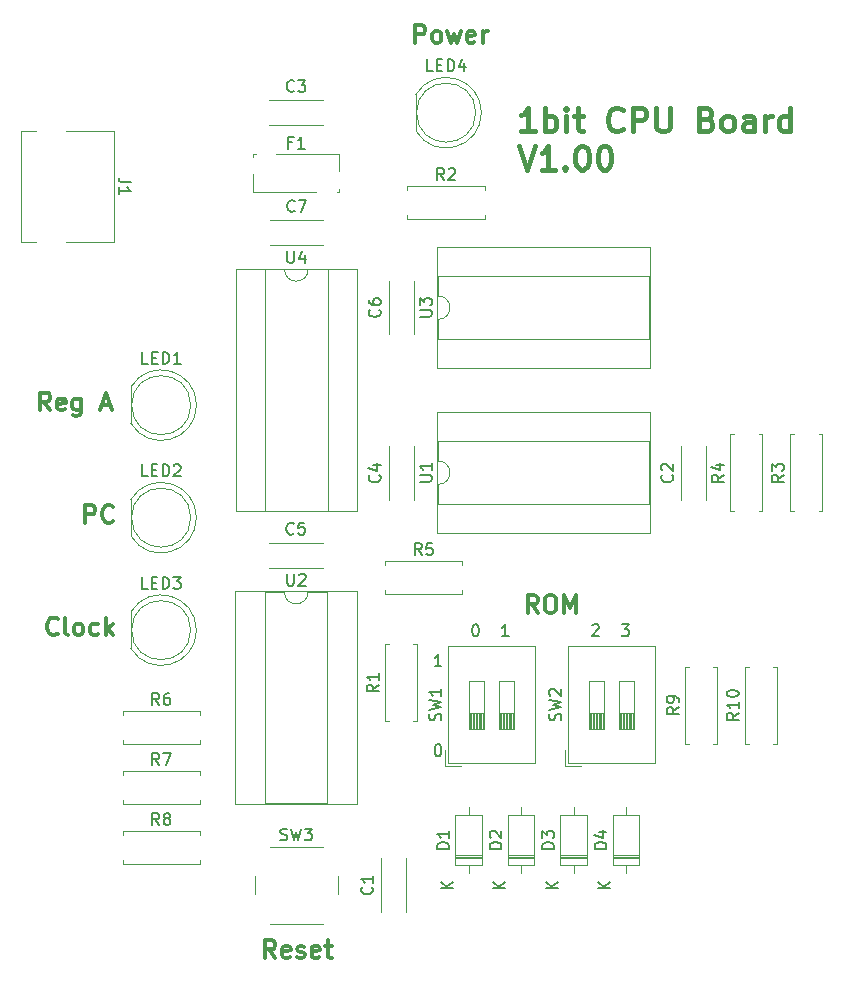
<source format=gto>
G04 #@! TF.GenerationSoftware,KiCad,Pcbnew,7.0.8*
G04 #@! TF.CreationDate,2023-11-13T14:41:24+09:00*
G04 #@! TF.ProjectId,1bit-cpu,31626974-2d63-4707-952e-6b696361645f,rev?*
G04 #@! TF.SameCoordinates,Original*
G04 #@! TF.FileFunction,Legend,Top*
G04 #@! TF.FilePolarity,Positive*
%FSLAX46Y46*%
G04 Gerber Fmt 4.6, Leading zero omitted, Abs format (unit mm)*
G04 Created by KiCad (PCBNEW 7.0.8) date 2023-11-13 14:41:24*
%MOMM*%
%LPD*%
G01*
G04 APERTURE LIST*
%ADD10C,0.150000*%
%ADD11C,0.300000*%
%ADD12C,0.400000*%
%ADD13C,0.120000*%
G04 APERTURE END LIST*
D10*
X49422255Y-108089819D02*
X49517493Y-108089819D01*
X49517493Y-108089819D02*
X49612731Y-108137438D01*
X49612731Y-108137438D02*
X49660350Y-108185057D01*
X49660350Y-108185057D02*
X49707969Y-108280295D01*
X49707969Y-108280295D02*
X49755588Y-108470771D01*
X49755588Y-108470771D02*
X49755588Y-108708866D01*
X49755588Y-108708866D02*
X49707969Y-108899342D01*
X49707969Y-108899342D02*
X49660350Y-108994580D01*
X49660350Y-108994580D02*
X49612731Y-109042200D01*
X49612731Y-109042200D02*
X49517493Y-109089819D01*
X49517493Y-109089819D02*
X49422255Y-109089819D01*
X49422255Y-109089819D02*
X49327017Y-109042200D01*
X49327017Y-109042200D02*
X49279398Y-108994580D01*
X49279398Y-108994580D02*
X49231779Y-108899342D01*
X49231779Y-108899342D02*
X49184160Y-108708866D01*
X49184160Y-108708866D02*
X49184160Y-108470771D01*
X49184160Y-108470771D02*
X49231779Y-108280295D01*
X49231779Y-108280295D02*
X49279398Y-108185057D01*
X49279398Y-108185057D02*
X49327017Y-108137438D01*
X49327017Y-108137438D02*
X49422255Y-108089819D01*
X65011541Y-97929819D02*
X65630588Y-97929819D01*
X65630588Y-97929819D02*
X65297255Y-98310771D01*
X65297255Y-98310771D02*
X65440112Y-98310771D01*
X65440112Y-98310771D02*
X65535350Y-98358390D01*
X65535350Y-98358390D02*
X65582969Y-98406009D01*
X65582969Y-98406009D02*
X65630588Y-98501247D01*
X65630588Y-98501247D02*
X65630588Y-98739342D01*
X65630588Y-98739342D02*
X65582969Y-98834580D01*
X65582969Y-98834580D02*
X65535350Y-98882200D01*
X65535350Y-98882200D02*
X65440112Y-98929819D01*
X65440112Y-98929819D02*
X65154398Y-98929819D01*
X65154398Y-98929819D02*
X65059160Y-98882200D01*
X65059160Y-98882200D02*
X65011541Y-98834580D01*
D11*
X17286653Y-98717971D02*
X17215225Y-98789400D01*
X17215225Y-98789400D02*
X17000939Y-98860828D01*
X17000939Y-98860828D02*
X16858082Y-98860828D01*
X16858082Y-98860828D02*
X16643796Y-98789400D01*
X16643796Y-98789400D02*
X16500939Y-98646542D01*
X16500939Y-98646542D02*
X16429510Y-98503685D01*
X16429510Y-98503685D02*
X16358082Y-98217971D01*
X16358082Y-98217971D02*
X16358082Y-98003685D01*
X16358082Y-98003685D02*
X16429510Y-97717971D01*
X16429510Y-97717971D02*
X16500939Y-97575114D01*
X16500939Y-97575114D02*
X16643796Y-97432257D01*
X16643796Y-97432257D02*
X16858082Y-97360828D01*
X16858082Y-97360828D02*
X17000939Y-97360828D01*
X17000939Y-97360828D02*
X17215225Y-97432257D01*
X17215225Y-97432257D02*
X17286653Y-97503685D01*
X18143796Y-98860828D02*
X18000939Y-98789400D01*
X18000939Y-98789400D02*
X17929510Y-98646542D01*
X17929510Y-98646542D02*
X17929510Y-97360828D01*
X18929510Y-98860828D02*
X18786653Y-98789400D01*
X18786653Y-98789400D02*
X18715224Y-98717971D01*
X18715224Y-98717971D02*
X18643796Y-98575114D01*
X18643796Y-98575114D02*
X18643796Y-98146542D01*
X18643796Y-98146542D02*
X18715224Y-98003685D01*
X18715224Y-98003685D02*
X18786653Y-97932257D01*
X18786653Y-97932257D02*
X18929510Y-97860828D01*
X18929510Y-97860828D02*
X19143796Y-97860828D01*
X19143796Y-97860828D02*
X19286653Y-97932257D01*
X19286653Y-97932257D02*
X19358082Y-98003685D01*
X19358082Y-98003685D02*
X19429510Y-98146542D01*
X19429510Y-98146542D02*
X19429510Y-98575114D01*
X19429510Y-98575114D02*
X19358082Y-98717971D01*
X19358082Y-98717971D02*
X19286653Y-98789400D01*
X19286653Y-98789400D02*
X19143796Y-98860828D01*
X19143796Y-98860828D02*
X18929510Y-98860828D01*
X20715225Y-98789400D02*
X20572367Y-98860828D01*
X20572367Y-98860828D02*
X20286653Y-98860828D01*
X20286653Y-98860828D02*
X20143796Y-98789400D01*
X20143796Y-98789400D02*
X20072367Y-98717971D01*
X20072367Y-98717971D02*
X20000939Y-98575114D01*
X20000939Y-98575114D02*
X20000939Y-98146542D01*
X20000939Y-98146542D02*
X20072367Y-98003685D01*
X20072367Y-98003685D02*
X20143796Y-97932257D01*
X20143796Y-97932257D02*
X20286653Y-97860828D01*
X20286653Y-97860828D02*
X20572367Y-97860828D01*
X20572367Y-97860828D02*
X20715225Y-97932257D01*
X21358081Y-98860828D02*
X21358081Y-97360828D01*
X21500939Y-98289400D02*
X21929510Y-98860828D01*
X21929510Y-97860828D02*
X21358081Y-98432257D01*
X16651653Y-79810828D02*
X16151653Y-79096542D01*
X15794510Y-79810828D02*
X15794510Y-78310828D01*
X15794510Y-78310828D02*
X16365939Y-78310828D01*
X16365939Y-78310828D02*
X16508796Y-78382257D01*
X16508796Y-78382257D02*
X16580225Y-78453685D01*
X16580225Y-78453685D02*
X16651653Y-78596542D01*
X16651653Y-78596542D02*
X16651653Y-78810828D01*
X16651653Y-78810828D02*
X16580225Y-78953685D01*
X16580225Y-78953685D02*
X16508796Y-79025114D01*
X16508796Y-79025114D02*
X16365939Y-79096542D01*
X16365939Y-79096542D02*
X15794510Y-79096542D01*
X17865939Y-79739400D02*
X17723082Y-79810828D01*
X17723082Y-79810828D02*
X17437368Y-79810828D01*
X17437368Y-79810828D02*
X17294510Y-79739400D01*
X17294510Y-79739400D02*
X17223082Y-79596542D01*
X17223082Y-79596542D02*
X17223082Y-79025114D01*
X17223082Y-79025114D02*
X17294510Y-78882257D01*
X17294510Y-78882257D02*
X17437368Y-78810828D01*
X17437368Y-78810828D02*
X17723082Y-78810828D01*
X17723082Y-78810828D02*
X17865939Y-78882257D01*
X17865939Y-78882257D02*
X17937368Y-79025114D01*
X17937368Y-79025114D02*
X17937368Y-79167971D01*
X17937368Y-79167971D02*
X17223082Y-79310828D01*
X19223082Y-78810828D02*
X19223082Y-80025114D01*
X19223082Y-80025114D02*
X19151653Y-80167971D01*
X19151653Y-80167971D02*
X19080224Y-80239400D01*
X19080224Y-80239400D02*
X18937367Y-80310828D01*
X18937367Y-80310828D02*
X18723082Y-80310828D01*
X18723082Y-80310828D02*
X18580224Y-80239400D01*
X19223082Y-79739400D02*
X19080224Y-79810828D01*
X19080224Y-79810828D02*
X18794510Y-79810828D01*
X18794510Y-79810828D02*
X18651653Y-79739400D01*
X18651653Y-79739400D02*
X18580224Y-79667971D01*
X18580224Y-79667971D02*
X18508796Y-79525114D01*
X18508796Y-79525114D02*
X18508796Y-79096542D01*
X18508796Y-79096542D02*
X18580224Y-78953685D01*
X18580224Y-78953685D02*
X18651653Y-78882257D01*
X18651653Y-78882257D02*
X18794510Y-78810828D01*
X18794510Y-78810828D02*
X19080224Y-78810828D01*
X19080224Y-78810828D02*
X19223082Y-78882257D01*
X21008796Y-79382257D02*
X21723082Y-79382257D01*
X20865939Y-79810828D02*
X21365939Y-78310828D01*
X21365939Y-78310828D02*
X21865939Y-79810828D01*
X35701653Y-126165828D02*
X35201653Y-125451542D01*
X34844510Y-126165828D02*
X34844510Y-124665828D01*
X34844510Y-124665828D02*
X35415939Y-124665828D01*
X35415939Y-124665828D02*
X35558796Y-124737257D01*
X35558796Y-124737257D02*
X35630225Y-124808685D01*
X35630225Y-124808685D02*
X35701653Y-124951542D01*
X35701653Y-124951542D02*
X35701653Y-125165828D01*
X35701653Y-125165828D02*
X35630225Y-125308685D01*
X35630225Y-125308685D02*
X35558796Y-125380114D01*
X35558796Y-125380114D02*
X35415939Y-125451542D01*
X35415939Y-125451542D02*
X34844510Y-125451542D01*
X36915939Y-126094400D02*
X36773082Y-126165828D01*
X36773082Y-126165828D02*
X36487368Y-126165828D01*
X36487368Y-126165828D02*
X36344510Y-126094400D01*
X36344510Y-126094400D02*
X36273082Y-125951542D01*
X36273082Y-125951542D02*
X36273082Y-125380114D01*
X36273082Y-125380114D02*
X36344510Y-125237257D01*
X36344510Y-125237257D02*
X36487368Y-125165828D01*
X36487368Y-125165828D02*
X36773082Y-125165828D01*
X36773082Y-125165828D02*
X36915939Y-125237257D01*
X36915939Y-125237257D02*
X36987368Y-125380114D01*
X36987368Y-125380114D02*
X36987368Y-125522971D01*
X36987368Y-125522971D02*
X36273082Y-125665828D01*
X37558796Y-126094400D02*
X37701653Y-126165828D01*
X37701653Y-126165828D02*
X37987367Y-126165828D01*
X37987367Y-126165828D02*
X38130224Y-126094400D01*
X38130224Y-126094400D02*
X38201653Y-125951542D01*
X38201653Y-125951542D02*
X38201653Y-125880114D01*
X38201653Y-125880114D02*
X38130224Y-125737257D01*
X38130224Y-125737257D02*
X37987367Y-125665828D01*
X37987367Y-125665828D02*
X37773082Y-125665828D01*
X37773082Y-125665828D02*
X37630224Y-125594400D01*
X37630224Y-125594400D02*
X37558796Y-125451542D01*
X37558796Y-125451542D02*
X37558796Y-125380114D01*
X37558796Y-125380114D02*
X37630224Y-125237257D01*
X37630224Y-125237257D02*
X37773082Y-125165828D01*
X37773082Y-125165828D02*
X37987367Y-125165828D01*
X37987367Y-125165828D02*
X38130224Y-125237257D01*
X39415939Y-126094400D02*
X39273082Y-126165828D01*
X39273082Y-126165828D02*
X38987368Y-126165828D01*
X38987368Y-126165828D02*
X38844510Y-126094400D01*
X38844510Y-126094400D02*
X38773082Y-125951542D01*
X38773082Y-125951542D02*
X38773082Y-125380114D01*
X38773082Y-125380114D02*
X38844510Y-125237257D01*
X38844510Y-125237257D02*
X38987368Y-125165828D01*
X38987368Y-125165828D02*
X39273082Y-125165828D01*
X39273082Y-125165828D02*
X39415939Y-125237257D01*
X39415939Y-125237257D02*
X39487368Y-125380114D01*
X39487368Y-125380114D02*
X39487368Y-125522971D01*
X39487368Y-125522971D02*
X38773082Y-125665828D01*
X39915939Y-125165828D02*
X40487367Y-125165828D01*
X40130224Y-124665828D02*
X40130224Y-125951542D01*
X40130224Y-125951542D02*
X40201653Y-126094400D01*
X40201653Y-126094400D02*
X40344510Y-126165828D01*
X40344510Y-126165828D02*
X40487367Y-126165828D01*
D10*
X55470588Y-98929819D02*
X54899160Y-98929819D01*
X55184874Y-98929819D02*
X55184874Y-97929819D01*
X55184874Y-97929819D02*
X55089636Y-98072676D01*
X55089636Y-98072676D02*
X54994398Y-98167914D01*
X54994398Y-98167914D02*
X54899160Y-98215533D01*
D11*
X57926653Y-96955828D02*
X57426653Y-96241542D01*
X57069510Y-96955828D02*
X57069510Y-95455828D01*
X57069510Y-95455828D02*
X57640939Y-95455828D01*
X57640939Y-95455828D02*
X57783796Y-95527257D01*
X57783796Y-95527257D02*
X57855225Y-95598685D01*
X57855225Y-95598685D02*
X57926653Y-95741542D01*
X57926653Y-95741542D02*
X57926653Y-95955828D01*
X57926653Y-95955828D02*
X57855225Y-96098685D01*
X57855225Y-96098685D02*
X57783796Y-96170114D01*
X57783796Y-96170114D02*
X57640939Y-96241542D01*
X57640939Y-96241542D02*
X57069510Y-96241542D01*
X58855225Y-95455828D02*
X59140939Y-95455828D01*
X59140939Y-95455828D02*
X59283796Y-95527257D01*
X59283796Y-95527257D02*
X59426653Y-95670114D01*
X59426653Y-95670114D02*
X59498082Y-95955828D01*
X59498082Y-95955828D02*
X59498082Y-96455828D01*
X59498082Y-96455828D02*
X59426653Y-96741542D01*
X59426653Y-96741542D02*
X59283796Y-96884400D01*
X59283796Y-96884400D02*
X59140939Y-96955828D01*
X59140939Y-96955828D02*
X58855225Y-96955828D01*
X58855225Y-96955828D02*
X58712368Y-96884400D01*
X58712368Y-96884400D02*
X58569510Y-96741542D01*
X58569510Y-96741542D02*
X58498082Y-96455828D01*
X58498082Y-96455828D02*
X58498082Y-95955828D01*
X58498082Y-95955828D02*
X58569510Y-95670114D01*
X58569510Y-95670114D02*
X58712368Y-95527257D01*
X58712368Y-95527257D02*
X58855225Y-95455828D01*
X60140939Y-96955828D02*
X60140939Y-95455828D01*
X60140939Y-95455828D02*
X60640939Y-96527257D01*
X60640939Y-96527257D02*
X61140939Y-95455828D01*
X61140939Y-95455828D02*
X61140939Y-96955828D01*
D10*
X49755588Y-101469819D02*
X49184160Y-101469819D01*
X49469874Y-101469819D02*
X49469874Y-100469819D01*
X49469874Y-100469819D02*
X49374636Y-100612676D01*
X49374636Y-100612676D02*
X49279398Y-100707914D01*
X49279398Y-100707914D02*
X49184160Y-100755533D01*
D12*
X57666966Y-56204438D02*
X56524109Y-56204438D01*
X57095537Y-56204438D02*
X57095537Y-54204438D01*
X57095537Y-54204438D02*
X56905061Y-54490152D01*
X56905061Y-54490152D02*
X56714585Y-54680628D01*
X56714585Y-54680628D02*
X56524109Y-54775866D01*
X58524109Y-56204438D02*
X58524109Y-54204438D01*
X58524109Y-54966342D02*
X58714585Y-54871104D01*
X58714585Y-54871104D02*
X59095538Y-54871104D01*
X59095538Y-54871104D02*
X59286014Y-54966342D01*
X59286014Y-54966342D02*
X59381252Y-55061580D01*
X59381252Y-55061580D02*
X59476490Y-55252057D01*
X59476490Y-55252057D02*
X59476490Y-55823485D01*
X59476490Y-55823485D02*
X59381252Y-56013961D01*
X59381252Y-56013961D02*
X59286014Y-56109200D01*
X59286014Y-56109200D02*
X59095538Y-56204438D01*
X59095538Y-56204438D02*
X58714585Y-56204438D01*
X58714585Y-56204438D02*
X58524109Y-56109200D01*
X60333633Y-56204438D02*
X60333633Y-54871104D01*
X60333633Y-54204438D02*
X60238395Y-54299676D01*
X60238395Y-54299676D02*
X60333633Y-54394914D01*
X60333633Y-54394914D02*
X60428871Y-54299676D01*
X60428871Y-54299676D02*
X60333633Y-54204438D01*
X60333633Y-54204438D02*
X60333633Y-54394914D01*
X61000300Y-54871104D02*
X61762204Y-54871104D01*
X61286014Y-54204438D02*
X61286014Y-55918723D01*
X61286014Y-55918723D02*
X61381252Y-56109200D01*
X61381252Y-56109200D02*
X61571728Y-56204438D01*
X61571728Y-56204438D02*
X61762204Y-56204438D01*
X65095538Y-56013961D02*
X65000300Y-56109200D01*
X65000300Y-56109200D02*
X64714586Y-56204438D01*
X64714586Y-56204438D02*
X64524110Y-56204438D01*
X64524110Y-56204438D02*
X64238395Y-56109200D01*
X64238395Y-56109200D02*
X64047919Y-55918723D01*
X64047919Y-55918723D02*
X63952681Y-55728247D01*
X63952681Y-55728247D02*
X63857443Y-55347295D01*
X63857443Y-55347295D02*
X63857443Y-55061580D01*
X63857443Y-55061580D02*
X63952681Y-54680628D01*
X63952681Y-54680628D02*
X64047919Y-54490152D01*
X64047919Y-54490152D02*
X64238395Y-54299676D01*
X64238395Y-54299676D02*
X64524110Y-54204438D01*
X64524110Y-54204438D02*
X64714586Y-54204438D01*
X64714586Y-54204438D02*
X65000300Y-54299676D01*
X65000300Y-54299676D02*
X65095538Y-54394914D01*
X65952681Y-56204438D02*
X65952681Y-54204438D01*
X65952681Y-54204438D02*
X66714586Y-54204438D01*
X66714586Y-54204438D02*
X66905062Y-54299676D01*
X66905062Y-54299676D02*
X67000300Y-54394914D01*
X67000300Y-54394914D02*
X67095538Y-54585390D01*
X67095538Y-54585390D02*
X67095538Y-54871104D01*
X67095538Y-54871104D02*
X67000300Y-55061580D01*
X67000300Y-55061580D02*
X66905062Y-55156819D01*
X66905062Y-55156819D02*
X66714586Y-55252057D01*
X66714586Y-55252057D02*
X65952681Y-55252057D01*
X67952681Y-54204438D02*
X67952681Y-55823485D01*
X67952681Y-55823485D02*
X68047919Y-56013961D01*
X68047919Y-56013961D02*
X68143157Y-56109200D01*
X68143157Y-56109200D02*
X68333633Y-56204438D01*
X68333633Y-56204438D02*
X68714586Y-56204438D01*
X68714586Y-56204438D02*
X68905062Y-56109200D01*
X68905062Y-56109200D02*
X69000300Y-56013961D01*
X69000300Y-56013961D02*
X69095538Y-55823485D01*
X69095538Y-55823485D02*
X69095538Y-54204438D01*
X72238396Y-55156819D02*
X72524110Y-55252057D01*
X72524110Y-55252057D02*
X72619348Y-55347295D01*
X72619348Y-55347295D02*
X72714586Y-55537771D01*
X72714586Y-55537771D02*
X72714586Y-55823485D01*
X72714586Y-55823485D02*
X72619348Y-56013961D01*
X72619348Y-56013961D02*
X72524110Y-56109200D01*
X72524110Y-56109200D02*
X72333634Y-56204438D01*
X72333634Y-56204438D02*
X71571729Y-56204438D01*
X71571729Y-56204438D02*
X71571729Y-54204438D01*
X71571729Y-54204438D02*
X72238396Y-54204438D01*
X72238396Y-54204438D02*
X72428872Y-54299676D01*
X72428872Y-54299676D02*
X72524110Y-54394914D01*
X72524110Y-54394914D02*
X72619348Y-54585390D01*
X72619348Y-54585390D02*
X72619348Y-54775866D01*
X72619348Y-54775866D02*
X72524110Y-54966342D01*
X72524110Y-54966342D02*
X72428872Y-55061580D01*
X72428872Y-55061580D02*
X72238396Y-55156819D01*
X72238396Y-55156819D02*
X71571729Y-55156819D01*
X73857443Y-56204438D02*
X73666967Y-56109200D01*
X73666967Y-56109200D02*
X73571729Y-56013961D01*
X73571729Y-56013961D02*
X73476491Y-55823485D01*
X73476491Y-55823485D02*
X73476491Y-55252057D01*
X73476491Y-55252057D02*
X73571729Y-55061580D01*
X73571729Y-55061580D02*
X73666967Y-54966342D01*
X73666967Y-54966342D02*
X73857443Y-54871104D01*
X73857443Y-54871104D02*
X74143158Y-54871104D01*
X74143158Y-54871104D02*
X74333634Y-54966342D01*
X74333634Y-54966342D02*
X74428872Y-55061580D01*
X74428872Y-55061580D02*
X74524110Y-55252057D01*
X74524110Y-55252057D02*
X74524110Y-55823485D01*
X74524110Y-55823485D02*
X74428872Y-56013961D01*
X74428872Y-56013961D02*
X74333634Y-56109200D01*
X74333634Y-56109200D02*
X74143158Y-56204438D01*
X74143158Y-56204438D02*
X73857443Y-56204438D01*
X76238396Y-56204438D02*
X76238396Y-55156819D01*
X76238396Y-55156819D02*
X76143158Y-54966342D01*
X76143158Y-54966342D02*
X75952682Y-54871104D01*
X75952682Y-54871104D02*
X75571729Y-54871104D01*
X75571729Y-54871104D02*
X75381253Y-54966342D01*
X76238396Y-56109200D02*
X76047920Y-56204438D01*
X76047920Y-56204438D02*
X75571729Y-56204438D01*
X75571729Y-56204438D02*
X75381253Y-56109200D01*
X75381253Y-56109200D02*
X75286015Y-55918723D01*
X75286015Y-55918723D02*
X75286015Y-55728247D01*
X75286015Y-55728247D02*
X75381253Y-55537771D01*
X75381253Y-55537771D02*
X75571729Y-55442533D01*
X75571729Y-55442533D02*
X76047920Y-55442533D01*
X76047920Y-55442533D02*
X76238396Y-55347295D01*
X77190777Y-56204438D02*
X77190777Y-54871104D01*
X77190777Y-55252057D02*
X77286015Y-55061580D01*
X77286015Y-55061580D02*
X77381253Y-54966342D01*
X77381253Y-54966342D02*
X77571729Y-54871104D01*
X77571729Y-54871104D02*
X77762206Y-54871104D01*
X79286015Y-56204438D02*
X79286015Y-54204438D01*
X79286015Y-56109200D02*
X79095539Y-56204438D01*
X79095539Y-56204438D02*
X78714586Y-56204438D01*
X78714586Y-56204438D02*
X78524110Y-56109200D01*
X78524110Y-56109200D02*
X78428872Y-56013961D01*
X78428872Y-56013961D02*
X78333634Y-55823485D01*
X78333634Y-55823485D02*
X78333634Y-55252057D01*
X78333634Y-55252057D02*
X78428872Y-55061580D01*
X78428872Y-55061580D02*
X78524110Y-54966342D01*
X78524110Y-54966342D02*
X78714586Y-54871104D01*
X78714586Y-54871104D02*
X79095539Y-54871104D01*
X79095539Y-54871104D02*
X79286015Y-54966342D01*
X56333633Y-57424438D02*
X57000299Y-59424438D01*
X57000299Y-59424438D02*
X57666966Y-57424438D01*
X59381252Y-59424438D02*
X58238395Y-59424438D01*
X58809823Y-59424438D02*
X58809823Y-57424438D01*
X58809823Y-57424438D02*
X58619347Y-57710152D01*
X58619347Y-57710152D02*
X58428871Y-57900628D01*
X58428871Y-57900628D02*
X58238395Y-57995866D01*
X60238395Y-59233961D02*
X60333633Y-59329200D01*
X60333633Y-59329200D02*
X60238395Y-59424438D01*
X60238395Y-59424438D02*
X60143157Y-59329200D01*
X60143157Y-59329200D02*
X60238395Y-59233961D01*
X60238395Y-59233961D02*
X60238395Y-59424438D01*
X61571728Y-57424438D02*
X61762205Y-57424438D01*
X61762205Y-57424438D02*
X61952681Y-57519676D01*
X61952681Y-57519676D02*
X62047919Y-57614914D01*
X62047919Y-57614914D02*
X62143157Y-57805390D01*
X62143157Y-57805390D02*
X62238395Y-58186342D01*
X62238395Y-58186342D02*
X62238395Y-58662533D01*
X62238395Y-58662533D02*
X62143157Y-59043485D01*
X62143157Y-59043485D02*
X62047919Y-59233961D01*
X62047919Y-59233961D02*
X61952681Y-59329200D01*
X61952681Y-59329200D02*
X61762205Y-59424438D01*
X61762205Y-59424438D02*
X61571728Y-59424438D01*
X61571728Y-59424438D02*
X61381252Y-59329200D01*
X61381252Y-59329200D02*
X61286014Y-59233961D01*
X61286014Y-59233961D02*
X61190776Y-59043485D01*
X61190776Y-59043485D02*
X61095538Y-58662533D01*
X61095538Y-58662533D02*
X61095538Y-58186342D01*
X61095538Y-58186342D02*
X61190776Y-57805390D01*
X61190776Y-57805390D02*
X61286014Y-57614914D01*
X61286014Y-57614914D02*
X61381252Y-57519676D01*
X61381252Y-57519676D02*
X61571728Y-57424438D01*
X63476490Y-57424438D02*
X63666967Y-57424438D01*
X63666967Y-57424438D02*
X63857443Y-57519676D01*
X63857443Y-57519676D02*
X63952681Y-57614914D01*
X63952681Y-57614914D02*
X64047919Y-57805390D01*
X64047919Y-57805390D02*
X64143157Y-58186342D01*
X64143157Y-58186342D02*
X64143157Y-58662533D01*
X64143157Y-58662533D02*
X64047919Y-59043485D01*
X64047919Y-59043485D02*
X63952681Y-59233961D01*
X63952681Y-59233961D02*
X63857443Y-59329200D01*
X63857443Y-59329200D02*
X63666967Y-59424438D01*
X63666967Y-59424438D02*
X63476490Y-59424438D01*
X63476490Y-59424438D02*
X63286014Y-59329200D01*
X63286014Y-59329200D02*
X63190776Y-59233961D01*
X63190776Y-59233961D02*
X63095538Y-59043485D01*
X63095538Y-59043485D02*
X63000300Y-58662533D01*
X63000300Y-58662533D02*
X63000300Y-58186342D01*
X63000300Y-58186342D02*
X63095538Y-57805390D01*
X63095538Y-57805390D02*
X63190776Y-57614914D01*
X63190776Y-57614914D02*
X63286014Y-57519676D01*
X63286014Y-57519676D02*
X63476490Y-57424438D01*
D11*
X47544510Y-48695828D02*
X47544510Y-47195828D01*
X47544510Y-47195828D02*
X48115939Y-47195828D01*
X48115939Y-47195828D02*
X48258796Y-47267257D01*
X48258796Y-47267257D02*
X48330225Y-47338685D01*
X48330225Y-47338685D02*
X48401653Y-47481542D01*
X48401653Y-47481542D02*
X48401653Y-47695828D01*
X48401653Y-47695828D02*
X48330225Y-47838685D01*
X48330225Y-47838685D02*
X48258796Y-47910114D01*
X48258796Y-47910114D02*
X48115939Y-47981542D01*
X48115939Y-47981542D02*
X47544510Y-47981542D01*
X49258796Y-48695828D02*
X49115939Y-48624400D01*
X49115939Y-48624400D02*
X49044510Y-48552971D01*
X49044510Y-48552971D02*
X48973082Y-48410114D01*
X48973082Y-48410114D02*
X48973082Y-47981542D01*
X48973082Y-47981542D02*
X49044510Y-47838685D01*
X49044510Y-47838685D02*
X49115939Y-47767257D01*
X49115939Y-47767257D02*
X49258796Y-47695828D01*
X49258796Y-47695828D02*
X49473082Y-47695828D01*
X49473082Y-47695828D02*
X49615939Y-47767257D01*
X49615939Y-47767257D02*
X49687368Y-47838685D01*
X49687368Y-47838685D02*
X49758796Y-47981542D01*
X49758796Y-47981542D02*
X49758796Y-48410114D01*
X49758796Y-48410114D02*
X49687368Y-48552971D01*
X49687368Y-48552971D02*
X49615939Y-48624400D01*
X49615939Y-48624400D02*
X49473082Y-48695828D01*
X49473082Y-48695828D02*
X49258796Y-48695828D01*
X50258796Y-47695828D02*
X50544511Y-48695828D01*
X50544511Y-48695828D02*
X50830225Y-47981542D01*
X50830225Y-47981542D02*
X51115939Y-48695828D01*
X51115939Y-48695828D02*
X51401653Y-47695828D01*
X52544511Y-48624400D02*
X52401654Y-48695828D01*
X52401654Y-48695828D02*
X52115940Y-48695828D01*
X52115940Y-48695828D02*
X51973082Y-48624400D01*
X51973082Y-48624400D02*
X51901654Y-48481542D01*
X51901654Y-48481542D02*
X51901654Y-47910114D01*
X51901654Y-47910114D02*
X51973082Y-47767257D01*
X51973082Y-47767257D02*
X52115940Y-47695828D01*
X52115940Y-47695828D02*
X52401654Y-47695828D01*
X52401654Y-47695828D02*
X52544511Y-47767257D01*
X52544511Y-47767257D02*
X52615940Y-47910114D01*
X52615940Y-47910114D02*
X52615940Y-48052971D01*
X52615940Y-48052971D02*
X51901654Y-48195828D01*
X53258796Y-48695828D02*
X53258796Y-47695828D01*
X53258796Y-47981542D02*
X53330225Y-47838685D01*
X53330225Y-47838685D02*
X53401654Y-47767257D01*
X53401654Y-47767257D02*
X53544511Y-47695828D01*
X53544511Y-47695828D02*
X53687368Y-47695828D01*
D10*
X62519160Y-98025057D02*
X62566779Y-97977438D01*
X62566779Y-97977438D02*
X62662017Y-97929819D01*
X62662017Y-97929819D02*
X62900112Y-97929819D01*
X62900112Y-97929819D02*
X62995350Y-97977438D01*
X62995350Y-97977438D02*
X63042969Y-98025057D01*
X63042969Y-98025057D02*
X63090588Y-98120295D01*
X63090588Y-98120295D02*
X63090588Y-98215533D01*
X63090588Y-98215533D02*
X63042969Y-98358390D01*
X63042969Y-98358390D02*
X62471541Y-98929819D01*
X62471541Y-98929819D02*
X63090588Y-98929819D01*
X52597255Y-97929819D02*
X52692493Y-97929819D01*
X52692493Y-97929819D02*
X52787731Y-97977438D01*
X52787731Y-97977438D02*
X52835350Y-98025057D01*
X52835350Y-98025057D02*
X52882969Y-98120295D01*
X52882969Y-98120295D02*
X52930588Y-98310771D01*
X52930588Y-98310771D02*
X52930588Y-98548866D01*
X52930588Y-98548866D02*
X52882969Y-98739342D01*
X52882969Y-98739342D02*
X52835350Y-98834580D01*
X52835350Y-98834580D02*
X52787731Y-98882200D01*
X52787731Y-98882200D02*
X52692493Y-98929819D01*
X52692493Y-98929819D02*
X52597255Y-98929819D01*
X52597255Y-98929819D02*
X52502017Y-98882200D01*
X52502017Y-98882200D02*
X52454398Y-98834580D01*
X52454398Y-98834580D02*
X52406779Y-98739342D01*
X52406779Y-98739342D02*
X52359160Y-98548866D01*
X52359160Y-98548866D02*
X52359160Y-98310771D01*
X52359160Y-98310771D02*
X52406779Y-98120295D01*
X52406779Y-98120295D02*
X52454398Y-98025057D01*
X52454398Y-98025057D02*
X52502017Y-97977438D01*
X52502017Y-97977438D02*
X52597255Y-97929819D01*
D11*
X19604510Y-89335828D02*
X19604510Y-87835828D01*
X19604510Y-87835828D02*
X20175939Y-87835828D01*
X20175939Y-87835828D02*
X20318796Y-87907257D01*
X20318796Y-87907257D02*
X20390225Y-87978685D01*
X20390225Y-87978685D02*
X20461653Y-88121542D01*
X20461653Y-88121542D02*
X20461653Y-88335828D01*
X20461653Y-88335828D02*
X20390225Y-88478685D01*
X20390225Y-88478685D02*
X20318796Y-88550114D01*
X20318796Y-88550114D02*
X20175939Y-88621542D01*
X20175939Y-88621542D02*
X19604510Y-88621542D01*
X21961653Y-89192971D02*
X21890225Y-89264400D01*
X21890225Y-89264400D02*
X21675939Y-89335828D01*
X21675939Y-89335828D02*
X21533082Y-89335828D01*
X21533082Y-89335828D02*
X21318796Y-89264400D01*
X21318796Y-89264400D02*
X21175939Y-89121542D01*
X21175939Y-89121542D02*
X21104510Y-88978685D01*
X21104510Y-88978685D02*
X21033082Y-88692971D01*
X21033082Y-88692971D02*
X21033082Y-88478685D01*
X21033082Y-88478685D02*
X21104510Y-88192971D01*
X21104510Y-88192971D02*
X21175939Y-88050114D01*
X21175939Y-88050114D02*
X21318796Y-87907257D01*
X21318796Y-87907257D02*
X21533082Y-87835828D01*
X21533082Y-87835828D02*
X21675939Y-87835828D01*
X21675939Y-87835828D02*
X21890225Y-87907257D01*
X21890225Y-87907257D02*
X21961653Y-87978685D01*
D10*
X23458180Y-60499666D02*
X22743895Y-60499666D01*
X22743895Y-60499666D02*
X22601038Y-60452047D01*
X22601038Y-60452047D02*
X22505800Y-60356809D01*
X22505800Y-60356809D02*
X22458180Y-60213952D01*
X22458180Y-60213952D02*
X22458180Y-60118714D01*
X22458180Y-61499666D02*
X22458180Y-60928238D01*
X22458180Y-61213952D02*
X23458180Y-61213952D01*
X23458180Y-61213952D02*
X23315323Y-61118714D01*
X23315323Y-61118714D02*
X23220085Y-61023476D01*
X23220085Y-61023476D02*
X23172466Y-60928238D01*
X47924819Y-85851904D02*
X48734342Y-85851904D01*
X48734342Y-85851904D02*
X48829580Y-85804285D01*
X48829580Y-85804285D02*
X48877200Y-85756666D01*
X48877200Y-85756666D02*
X48924819Y-85661428D01*
X48924819Y-85661428D02*
X48924819Y-85470952D01*
X48924819Y-85470952D02*
X48877200Y-85375714D01*
X48877200Y-85375714D02*
X48829580Y-85328095D01*
X48829580Y-85328095D02*
X48734342Y-85280476D01*
X48734342Y-85280476D02*
X47924819Y-85280476D01*
X48924819Y-84280476D02*
X48924819Y-84851904D01*
X48924819Y-84566190D02*
X47924819Y-84566190D01*
X47924819Y-84566190D02*
X48067676Y-84661428D01*
X48067676Y-84661428D02*
X48162914Y-84756666D01*
X48162914Y-84756666D02*
X48210533Y-84851904D01*
X24910952Y-94919819D02*
X24434762Y-94919819D01*
X24434762Y-94919819D02*
X24434762Y-93919819D01*
X25244286Y-94396009D02*
X25577619Y-94396009D01*
X25720476Y-94919819D02*
X25244286Y-94919819D01*
X25244286Y-94919819D02*
X25244286Y-93919819D01*
X25244286Y-93919819D02*
X25720476Y-93919819D01*
X26149048Y-94919819D02*
X26149048Y-93919819D01*
X26149048Y-93919819D02*
X26387143Y-93919819D01*
X26387143Y-93919819D02*
X26530000Y-93967438D01*
X26530000Y-93967438D02*
X26625238Y-94062676D01*
X26625238Y-94062676D02*
X26672857Y-94157914D01*
X26672857Y-94157914D02*
X26720476Y-94348390D01*
X26720476Y-94348390D02*
X26720476Y-94491247D01*
X26720476Y-94491247D02*
X26672857Y-94681723D01*
X26672857Y-94681723D02*
X26625238Y-94776961D01*
X26625238Y-94776961D02*
X26530000Y-94872200D01*
X26530000Y-94872200D02*
X26387143Y-94919819D01*
X26387143Y-94919819D02*
X26149048Y-94919819D01*
X27053810Y-93919819D02*
X27672857Y-93919819D01*
X27672857Y-93919819D02*
X27339524Y-94300771D01*
X27339524Y-94300771D02*
X27482381Y-94300771D01*
X27482381Y-94300771D02*
X27577619Y-94348390D01*
X27577619Y-94348390D02*
X27625238Y-94396009D01*
X27625238Y-94396009D02*
X27672857Y-94491247D01*
X27672857Y-94491247D02*
X27672857Y-94729342D01*
X27672857Y-94729342D02*
X27625238Y-94824580D01*
X27625238Y-94824580D02*
X27577619Y-94872200D01*
X27577619Y-94872200D02*
X27482381Y-94919819D01*
X27482381Y-94919819D02*
X27196667Y-94919819D01*
X27196667Y-94919819D02*
X27101429Y-94872200D01*
X27101429Y-94872200D02*
X27053810Y-94824580D01*
X73654819Y-85266666D02*
X73178628Y-85599999D01*
X73654819Y-85838094D02*
X72654819Y-85838094D01*
X72654819Y-85838094D02*
X72654819Y-85457142D01*
X72654819Y-85457142D02*
X72702438Y-85361904D01*
X72702438Y-85361904D02*
X72750057Y-85314285D01*
X72750057Y-85314285D02*
X72845295Y-85266666D01*
X72845295Y-85266666D02*
X72988152Y-85266666D01*
X72988152Y-85266666D02*
X73083390Y-85314285D01*
X73083390Y-85314285D02*
X73131009Y-85361904D01*
X73131009Y-85361904D02*
X73178628Y-85457142D01*
X73178628Y-85457142D02*
X73178628Y-85838094D01*
X72988152Y-84409523D02*
X73654819Y-84409523D01*
X72607200Y-84647618D02*
X73321485Y-84885713D01*
X73321485Y-84885713D02*
X73321485Y-84266666D01*
X37338333Y-62929580D02*
X37290714Y-62977200D01*
X37290714Y-62977200D02*
X37147857Y-63024819D01*
X37147857Y-63024819D02*
X37052619Y-63024819D01*
X37052619Y-63024819D02*
X36909762Y-62977200D01*
X36909762Y-62977200D02*
X36814524Y-62881961D01*
X36814524Y-62881961D02*
X36766905Y-62786723D01*
X36766905Y-62786723D02*
X36719286Y-62596247D01*
X36719286Y-62596247D02*
X36719286Y-62453390D01*
X36719286Y-62453390D02*
X36766905Y-62262914D01*
X36766905Y-62262914D02*
X36814524Y-62167676D01*
X36814524Y-62167676D02*
X36909762Y-62072438D01*
X36909762Y-62072438D02*
X37052619Y-62024819D01*
X37052619Y-62024819D02*
X37147857Y-62024819D01*
X37147857Y-62024819D02*
X37290714Y-62072438D01*
X37290714Y-62072438D02*
X37338333Y-62120057D01*
X37671667Y-62024819D02*
X38338333Y-62024819D01*
X38338333Y-62024819D02*
X37909762Y-63024819D01*
X59294819Y-116943094D02*
X58294819Y-116943094D01*
X58294819Y-116943094D02*
X58294819Y-116704999D01*
X58294819Y-116704999D02*
X58342438Y-116562142D01*
X58342438Y-116562142D02*
X58437676Y-116466904D01*
X58437676Y-116466904D02*
X58532914Y-116419285D01*
X58532914Y-116419285D02*
X58723390Y-116371666D01*
X58723390Y-116371666D02*
X58866247Y-116371666D01*
X58866247Y-116371666D02*
X59056723Y-116419285D01*
X59056723Y-116419285D02*
X59151961Y-116466904D01*
X59151961Y-116466904D02*
X59247200Y-116562142D01*
X59247200Y-116562142D02*
X59294819Y-116704999D01*
X59294819Y-116704999D02*
X59294819Y-116943094D01*
X58294819Y-116038332D02*
X58294819Y-115419285D01*
X58294819Y-115419285D02*
X58675771Y-115752618D01*
X58675771Y-115752618D02*
X58675771Y-115609761D01*
X58675771Y-115609761D02*
X58723390Y-115514523D01*
X58723390Y-115514523D02*
X58771009Y-115466904D01*
X58771009Y-115466904D02*
X58866247Y-115419285D01*
X58866247Y-115419285D02*
X59104342Y-115419285D01*
X59104342Y-115419285D02*
X59199580Y-115466904D01*
X59199580Y-115466904D02*
X59247200Y-115514523D01*
X59247200Y-115514523D02*
X59294819Y-115609761D01*
X59294819Y-115609761D02*
X59294819Y-115895475D01*
X59294819Y-115895475D02*
X59247200Y-115990713D01*
X59247200Y-115990713D02*
X59199580Y-116038332D01*
X59614819Y-120276904D02*
X58614819Y-120276904D01*
X59614819Y-119705476D02*
X59043390Y-120134047D01*
X58614819Y-119705476D02*
X59186247Y-120276904D01*
X49040952Y-51104819D02*
X48564762Y-51104819D01*
X48564762Y-51104819D02*
X48564762Y-50104819D01*
X49374286Y-50581009D02*
X49707619Y-50581009D01*
X49850476Y-51104819D02*
X49374286Y-51104819D01*
X49374286Y-51104819D02*
X49374286Y-50104819D01*
X49374286Y-50104819D02*
X49850476Y-50104819D01*
X50279048Y-51104819D02*
X50279048Y-50104819D01*
X50279048Y-50104819D02*
X50517143Y-50104819D01*
X50517143Y-50104819D02*
X50660000Y-50152438D01*
X50660000Y-50152438D02*
X50755238Y-50247676D01*
X50755238Y-50247676D02*
X50802857Y-50342914D01*
X50802857Y-50342914D02*
X50850476Y-50533390D01*
X50850476Y-50533390D02*
X50850476Y-50676247D01*
X50850476Y-50676247D02*
X50802857Y-50866723D01*
X50802857Y-50866723D02*
X50755238Y-50961961D01*
X50755238Y-50961961D02*
X50660000Y-51057200D01*
X50660000Y-51057200D02*
X50517143Y-51104819D01*
X50517143Y-51104819D02*
X50279048Y-51104819D01*
X51707619Y-50438152D02*
X51707619Y-51104819D01*
X51469524Y-50057200D02*
X51231429Y-50771485D01*
X51231429Y-50771485D02*
X51850476Y-50771485D01*
X37258333Y-90234580D02*
X37210714Y-90282200D01*
X37210714Y-90282200D02*
X37067857Y-90329819D01*
X37067857Y-90329819D02*
X36972619Y-90329819D01*
X36972619Y-90329819D02*
X36829762Y-90282200D01*
X36829762Y-90282200D02*
X36734524Y-90186961D01*
X36734524Y-90186961D02*
X36686905Y-90091723D01*
X36686905Y-90091723D02*
X36639286Y-89901247D01*
X36639286Y-89901247D02*
X36639286Y-89758390D01*
X36639286Y-89758390D02*
X36686905Y-89567914D01*
X36686905Y-89567914D02*
X36734524Y-89472676D01*
X36734524Y-89472676D02*
X36829762Y-89377438D01*
X36829762Y-89377438D02*
X36972619Y-89329819D01*
X36972619Y-89329819D02*
X37067857Y-89329819D01*
X37067857Y-89329819D02*
X37210714Y-89377438D01*
X37210714Y-89377438D02*
X37258333Y-89425057D01*
X38163095Y-89329819D02*
X37686905Y-89329819D01*
X37686905Y-89329819D02*
X37639286Y-89806009D01*
X37639286Y-89806009D02*
X37686905Y-89758390D01*
X37686905Y-89758390D02*
X37782143Y-89710771D01*
X37782143Y-89710771D02*
X38020238Y-89710771D01*
X38020238Y-89710771D02*
X38115476Y-89758390D01*
X38115476Y-89758390D02*
X38163095Y-89806009D01*
X38163095Y-89806009D02*
X38210714Y-89901247D01*
X38210714Y-89901247D02*
X38210714Y-90139342D01*
X38210714Y-90139342D02*
X38163095Y-90234580D01*
X38163095Y-90234580D02*
X38115476Y-90282200D01*
X38115476Y-90282200D02*
X38020238Y-90329819D01*
X38020238Y-90329819D02*
X37782143Y-90329819D01*
X37782143Y-90329819D02*
X37686905Y-90282200D01*
X37686905Y-90282200D02*
X37639286Y-90234580D01*
X78734819Y-85266666D02*
X78258628Y-85599999D01*
X78734819Y-85838094D02*
X77734819Y-85838094D01*
X77734819Y-85838094D02*
X77734819Y-85457142D01*
X77734819Y-85457142D02*
X77782438Y-85361904D01*
X77782438Y-85361904D02*
X77830057Y-85314285D01*
X77830057Y-85314285D02*
X77925295Y-85266666D01*
X77925295Y-85266666D02*
X78068152Y-85266666D01*
X78068152Y-85266666D02*
X78163390Y-85314285D01*
X78163390Y-85314285D02*
X78211009Y-85361904D01*
X78211009Y-85361904D02*
X78258628Y-85457142D01*
X78258628Y-85457142D02*
X78258628Y-85838094D01*
X77734819Y-84933332D02*
X77734819Y-84314285D01*
X77734819Y-84314285D02*
X78115771Y-84647618D01*
X78115771Y-84647618D02*
X78115771Y-84504761D01*
X78115771Y-84504761D02*
X78163390Y-84409523D01*
X78163390Y-84409523D02*
X78211009Y-84361904D01*
X78211009Y-84361904D02*
X78306247Y-84314285D01*
X78306247Y-84314285D02*
X78544342Y-84314285D01*
X78544342Y-84314285D02*
X78639580Y-84361904D01*
X78639580Y-84361904D02*
X78687200Y-84409523D01*
X78687200Y-84409523D02*
X78734819Y-84504761D01*
X78734819Y-84504761D02*
X78734819Y-84790475D01*
X78734819Y-84790475D02*
X78687200Y-84885713D01*
X78687200Y-84885713D02*
X78639580Y-84933332D01*
X63739819Y-116943094D02*
X62739819Y-116943094D01*
X62739819Y-116943094D02*
X62739819Y-116704999D01*
X62739819Y-116704999D02*
X62787438Y-116562142D01*
X62787438Y-116562142D02*
X62882676Y-116466904D01*
X62882676Y-116466904D02*
X62977914Y-116419285D01*
X62977914Y-116419285D02*
X63168390Y-116371666D01*
X63168390Y-116371666D02*
X63311247Y-116371666D01*
X63311247Y-116371666D02*
X63501723Y-116419285D01*
X63501723Y-116419285D02*
X63596961Y-116466904D01*
X63596961Y-116466904D02*
X63692200Y-116562142D01*
X63692200Y-116562142D02*
X63739819Y-116704999D01*
X63739819Y-116704999D02*
X63739819Y-116943094D01*
X63073152Y-115514523D02*
X63739819Y-115514523D01*
X62692200Y-115752618D02*
X63406485Y-115990713D01*
X63406485Y-115990713D02*
X63406485Y-115371666D01*
X64059819Y-120276904D02*
X63059819Y-120276904D01*
X64059819Y-119705476D02*
X63488390Y-120134047D01*
X63059819Y-119705476D02*
X63631247Y-120276904D01*
X24915952Y-75869819D02*
X24439762Y-75869819D01*
X24439762Y-75869819D02*
X24439762Y-74869819D01*
X25249286Y-75346009D02*
X25582619Y-75346009D01*
X25725476Y-75869819D02*
X25249286Y-75869819D01*
X25249286Y-75869819D02*
X25249286Y-74869819D01*
X25249286Y-74869819D02*
X25725476Y-74869819D01*
X26154048Y-75869819D02*
X26154048Y-74869819D01*
X26154048Y-74869819D02*
X26392143Y-74869819D01*
X26392143Y-74869819D02*
X26535000Y-74917438D01*
X26535000Y-74917438D02*
X26630238Y-75012676D01*
X26630238Y-75012676D02*
X26677857Y-75107914D01*
X26677857Y-75107914D02*
X26725476Y-75298390D01*
X26725476Y-75298390D02*
X26725476Y-75441247D01*
X26725476Y-75441247D02*
X26677857Y-75631723D01*
X26677857Y-75631723D02*
X26630238Y-75726961D01*
X26630238Y-75726961D02*
X26535000Y-75822200D01*
X26535000Y-75822200D02*
X26392143Y-75869819D01*
X26392143Y-75869819D02*
X26154048Y-75869819D01*
X27677857Y-75869819D02*
X27106429Y-75869819D01*
X27392143Y-75869819D02*
X27392143Y-74869819D01*
X27392143Y-74869819D02*
X27296905Y-75012676D01*
X27296905Y-75012676D02*
X27201667Y-75107914D01*
X27201667Y-75107914D02*
X27106429Y-75155533D01*
X69839819Y-104941666D02*
X69363628Y-105274999D01*
X69839819Y-105513094D02*
X68839819Y-105513094D01*
X68839819Y-105513094D02*
X68839819Y-105132142D01*
X68839819Y-105132142D02*
X68887438Y-105036904D01*
X68887438Y-105036904D02*
X68935057Y-104989285D01*
X68935057Y-104989285D02*
X69030295Y-104941666D01*
X69030295Y-104941666D02*
X69173152Y-104941666D01*
X69173152Y-104941666D02*
X69268390Y-104989285D01*
X69268390Y-104989285D02*
X69316009Y-105036904D01*
X69316009Y-105036904D02*
X69363628Y-105132142D01*
X69363628Y-105132142D02*
X69363628Y-105513094D01*
X69839819Y-104465475D02*
X69839819Y-104274999D01*
X69839819Y-104274999D02*
X69792200Y-104179761D01*
X69792200Y-104179761D02*
X69744580Y-104132142D01*
X69744580Y-104132142D02*
X69601723Y-104036904D01*
X69601723Y-104036904D02*
X69411247Y-103989285D01*
X69411247Y-103989285D02*
X69030295Y-103989285D01*
X69030295Y-103989285D02*
X68935057Y-104036904D01*
X68935057Y-104036904D02*
X68887438Y-104084523D01*
X68887438Y-104084523D02*
X68839819Y-104179761D01*
X68839819Y-104179761D02*
X68839819Y-104370237D01*
X68839819Y-104370237D02*
X68887438Y-104465475D01*
X68887438Y-104465475D02*
X68935057Y-104513094D01*
X68935057Y-104513094D02*
X69030295Y-104560713D01*
X69030295Y-104560713D02*
X69268390Y-104560713D01*
X69268390Y-104560713D02*
X69363628Y-104513094D01*
X69363628Y-104513094D02*
X69411247Y-104465475D01*
X69411247Y-104465475D02*
X69458866Y-104370237D01*
X69458866Y-104370237D02*
X69458866Y-104179761D01*
X69458866Y-104179761D02*
X69411247Y-104084523D01*
X69411247Y-104084523D02*
X69363628Y-104036904D01*
X69363628Y-104036904D02*
X69268390Y-103989285D01*
X25868333Y-114924819D02*
X25535000Y-114448628D01*
X25296905Y-114924819D02*
X25296905Y-113924819D01*
X25296905Y-113924819D02*
X25677857Y-113924819D01*
X25677857Y-113924819D02*
X25773095Y-113972438D01*
X25773095Y-113972438D02*
X25820714Y-114020057D01*
X25820714Y-114020057D02*
X25868333Y-114115295D01*
X25868333Y-114115295D02*
X25868333Y-114258152D01*
X25868333Y-114258152D02*
X25820714Y-114353390D01*
X25820714Y-114353390D02*
X25773095Y-114401009D01*
X25773095Y-114401009D02*
X25677857Y-114448628D01*
X25677857Y-114448628D02*
X25296905Y-114448628D01*
X26439762Y-114353390D02*
X26344524Y-114305771D01*
X26344524Y-114305771D02*
X26296905Y-114258152D01*
X26296905Y-114258152D02*
X26249286Y-114162914D01*
X26249286Y-114162914D02*
X26249286Y-114115295D01*
X26249286Y-114115295D02*
X26296905Y-114020057D01*
X26296905Y-114020057D02*
X26344524Y-113972438D01*
X26344524Y-113972438D02*
X26439762Y-113924819D01*
X26439762Y-113924819D02*
X26630238Y-113924819D01*
X26630238Y-113924819D02*
X26725476Y-113972438D01*
X26725476Y-113972438D02*
X26773095Y-114020057D01*
X26773095Y-114020057D02*
X26820714Y-114115295D01*
X26820714Y-114115295D02*
X26820714Y-114162914D01*
X26820714Y-114162914D02*
X26773095Y-114258152D01*
X26773095Y-114258152D02*
X26725476Y-114305771D01*
X26725476Y-114305771D02*
X26630238Y-114353390D01*
X26630238Y-114353390D02*
X26439762Y-114353390D01*
X26439762Y-114353390D02*
X26344524Y-114401009D01*
X26344524Y-114401009D02*
X26296905Y-114448628D01*
X26296905Y-114448628D02*
X26249286Y-114543866D01*
X26249286Y-114543866D02*
X26249286Y-114734342D01*
X26249286Y-114734342D02*
X26296905Y-114829580D01*
X26296905Y-114829580D02*
X26344524Y-114877200D01*
X26344524Y-114877200D02*
X26439762Y-114924819D01*
X26439762Y-114924819D02*
X26630238Y-114924819D01*
X26630238Y-114924819D02*
X26725476Y-114877200D01*
X26725476Y-114877200D02*
X26773095Y-114829580D01*
X26773095Y-114829580D02*
X26820714Y-114734342D01*
X26820714Y-114734342D02*
X26820714Y-114543866D01*
X26820714Y-114543866D02*
X26773095Y-114448628D01*
X26773095Y-114448628D02*
X26725476Y-114401009D01*
X26725476Y-114401009D02*
X26630238Y-114353390D01*
X49687200Y-106065832D02*
X49734819Y-105922975D01*
X49734819Y-105922975D02*
X49734819Y-105684880D01*
X49734819Y-105684880D02*
X49687200Y-105589642D01*
X49687200Y-105589642D02*
X49639580Y-105542023D01*
X49639580Y-105542023D02*
X49544342Y-105494404D01*
X49544342Y-105494404D02*
X49449104Y-105494404D01*
X49449104Y-105494404D02*
X49353866Y-105542023D01*
X49353866Y-105542023D02*
X49306247Y-105589642D01*
X49306247Y-105589642D02*
X49258628Y-105684880D01*
X49258628Y-105684880D02*
X49211009Y-105875356D01*
X49211009Y-105875356D02*
X49163390Y-105970594D01*
X49163390Y-105970594D02*
X49115771Y-106018213D01*
X49115771Y-106018213D02*
X49020533Y-106065832D01*
X49020533Y-106065832D02*
X48925295Y-106065832D01*
X48925295Y-106065832D02*
X48830057Y-106018213D01*
X48830057Y-106018213D02*
X48782438Y-105970594D01*
X48782438Y-105970594D02*
X48734819Y-105875356D01*
X48734819Y-105875356D02*
X48734819Y-105637261D01*
X48734819Y-105637261D02*
X48782438Y-105494404D01*
X48734819Y-105161070D02*
X49734819Y-104922975D01*
X49734819Y-104922975D02*
X49020533Y-104732499D01*
X49020533Y-104732499D02*
X49734819Y-104542023D01*
X49734819Y-104542023D02*
X48734819Y-104303928D01*
X49734819Y-103399166D02*
X49734819Y-103970594D01*
X49734819Y-103684880D02*
X48734819Y-103684880D01*
X48734819Y-103684880D02*
X48877676Y-103780118D01*
X48877676Y-103780118D02*
X48972914Y-103875356D01*
X48972914Y-103875356D02*
X49020533Y-103970594D01*
X36713095Y-66329819D02*
X36713095Y-67139342D01*
X36713095Y-67139342D02*
X36760714Y-67234580D01*
X36760714Y-67234580D02*
X36808333Y-67282200D01*
X36808333Y-67282200D02*
X36903571Y-67329819D01*
X36903571Y-67329819D02*
X37094047Y-67329819D01*
X37094047Y-67329819D02*
X37189285Y-67282200D01*
X37189285Y-67282200D02*
X37236904Y-67234580D01*
X37236904Y-67234580D02*
X37284523Y-67139342D01*
X37284523Y-67139342D02*
X37284523Y-66329819D01*
X38189285Y-66663152D02*
X38189285Y-67329819D01*
X37951190Y-66282200D02*
X37713095Y-66996485D01*
X37713095Y-66996485D02*
X38332142Y-66996485D01*
X36703095Y-93644819D02*
X36703095Y-94454342D01*
X36703095Y-94454342D02*
X36750714Y-94549580D01*
X36750714Y-94549580D02*
X36798333Y-94597200D01*
X36798333Y-94597200D02*
X36893571Y-94644819D01*
X36893571Y-94644819D02*
X37084047Y-94644819D01*
X37084047Y-94644819D02*
X37179285Y-94597200D01*
X37179285Y-94597200D02*
X37226904Y-94549580D01*
X37226904Y-94549580D02*
X37274523Y-94454342D01*
X37274523Y-94454342D02*
X37274523Y-93644819D01*
X37703095Y-93740057D02*
X37750714Y-93692438D01*
X37750714Y-93692438D02*
X37845952Y-93644819D01*
X37845952Y-93644819D02*
X38084047Y-93644819D01*
X38084047Y-93644819D02*
X38179285Y-93692438D01*
X38179285Y-93692438D02*
X38226904Y-93740057D01*
X38226904Y-93740057D02*
X38274523Y-93835295D01*
X38274523Y-93835295D02*
X38274523Y-93930533D01*
X38274523Y-93930533D02*
X38226904Y-94073390D01*
X38226904Y-94073390D02*
X37655476Y-94644819D01*
X37655476Y-94644819D02*
X38274523Y-94644819D01*
X59847200Y-106065832D02*
X59894819Y-105922975D01*
X59894819Y-105922975D02*
X59894819Y-105684880D01*
X59894819Y-105684880D02*
X59847200Y-105589642D01*
X59847200Y-105589642D02*
X59799580Y-105542023D01*
X59799580Y-105542023D02*
X59704342Y-105494404D01*
X59704342Y-105494404D02*
X59609104Y-105494404D01*
X59609104Y-105494404D02*
X59513866Y-105542023D01*
X59513866Y-105542023D02*
X59466247Y-105589642D01*
X59466247Y-105589642D02*
X59418628Y-105684880D01*
X59418628Y-105684880D02*
X59371009Y-105875356D01*
X59371009Y-105875356D02*
X59323390Y-105970594D01*
X59323390Y-105970594D02*
X59275771Y-106018213D01*
X59275771Y-106018213D02*
X59180533Y-106065832D01*
X59180533Y-106065832D02*
X59085295Y-106065832D01*
X59085295Y-106065832D02*
X58990057Y-106018213D01*
X58990057Y-106018213D02*
X58942438Y-105970594D01*
X58942438Y-105970594D02*
X58894819Y-105875356D01*
X58894819Y-105875356D02*
X58894819Y-105637261D01*
X58894819Y-105637261D02*
X58942438Y-105494404D01*
X58894819Y-105161070D02*
X59894819Y-104922975D01*
X59894819Y-104922975D02*
X59180533Y-104732499D01*
X59180533Y-104732499D02*
X59894819Y-104542023D01*
X59894819Y-104542023D02*
X58894819Y-104303928D01*
X58990057Y-103970594D02*
X58942438Y-103922975D01*
X58942438Y-103922975D02*
X58894819Y-103827737D01*
X58894819Y-103827737D02*
X58894819Y-103589642D01*
X58894819Y-103589642D02*
X58942438Y-103494404D01*
X58942438Y-103494404D02*
X58990057Y-103446785D01*
X58990057Y-103446785D02*
X59085295Y-103399166D01*
X59085295Y-103399166D02*
X59180533Y-103399166D01*
X59180533Y-103399166D02*
X59323390Y-103446785D01*
X59323390Y-103446785D02*
X59894819Y-104018213D01*
X59894819Y-104018213D02*
X59894819Y-103399166D01*
X54849819Y-116943094D02*
X53849819Y-116943094D01*
X53849819Y-116943094D02*
X53849819Y-116704999D01*
X53849819Y-116704999D02*
X53897438Y-116562142D01*
X53897438Y-116562142D02*
X53992676Y-116466904D01*
X53992676Y-116466904D02*
X54087914Y-116419285D01*
X54087914Y-116419285D02*
X54278390Y-116371666D01*
X54278390Y-116371666D02*
X54421247Y-116371666D01*
X54421247Y-116371666D02*
X54611723Y-116419285D01*
X54611723Y-116419285D02*
X54706961Y-116466904D01*
X54706961Y-116466904D02*
X54802200Y-116562142D01*
X54802200Y-116562142D02*
X54849819Y-116704999D01*
X54849819Y-116704999D02*
X54849819Y-116943094D01*
X53945057Y-115990713D02*
X53897438Y-115943094D01*
X53897438Y-115943094D02*
X53849819Y-115847856D01*
X53849819Y-115847856D02*
X53849819Y-115609761D01*
X53849819Y-115609761D02*
X53897438Y-115514523D01*
X53897438Y-115514523D02*
X53945057Y-115466904D01*
X53945057Y-115466904D02*
X54040295Y-115419285D01*
X54040295Y-115419285D02*
X54135533Y-115419285D01*
X54135533Y-115419285D02*
X54278390Y-115466904D01*
X54278390Y-115466904D02*
X54849819Y-116038332D01*
X54849819Y-116038332D02*
X54849819Y-115419285D01*
X55169819Y-120276904D02*
X54169819Y-120276904D01*
X55169819Y-119705476D02*
X54598390Y-120134047D01*
X54169819Y-119705476D02*
X54741247Y-120276904D01*
X44439819Y-103036666D02*
X43963628Y-103369999D01*
X44439819Y-103608094D02*
X43439819Y-103608094D01*
X43439819Y-103608094D02*
X43439819Y-103227142D01*
X43439819Y-103227142D02*
X43487438Y-103131904D01*
X43487438Y-103131904D02*
X43535057Y-103084285D01*
X43535057Y-103084285D02*
X43630295Y-103036666D01*
X43630295Y-103036666D02*
X43773152Y-103036666D01*
X43773152Y-103036666D02*
X43868390Y-103084285D01*
X43868390Y-103084285D02*
X43916009Y-103131904D01*
X43916009Y-103131904D02*
X43963628Y-103227142D01*
X43963628Y-103227142D02*
X43963628Y-103608094D01*
X44439819Y-102084285D02*
X44439819Y-102655713D01*
X44439819Y-102369999D02*
X43439819Y-102369999D01*
X43439819Y-102369999D02*
X43582676Y-102465237D01*
X43582676Y-102465237D02*
X43677914Y-102560475D01*
X43677914Y-102560475D02*
X43725533Y-102655713D01*
X24910952Y-85394819D02*
X24434762Y-85394819D01*
X24434762Y-85394819D02*
X24434762Y-84394819D01*
X25244286Y-84871009D02*
X25577619Y-84871009D01*
X25720476Y-85394819D02*
X25244286Y-85394819D01*
X25244286Y-85394819D02*
X25244286Y-84394819D01*
X25244286Y-84394819D02*
X25720476Y-84394819D01*
X26149048Y-85394819D02*
X26149048Y-84394819D01*
X26149048Y-84394819D02*
X26387143Y-84394819D01*
X26387143Y-84394819D02*
X26530000Y-84442438D01*
X26530000Y-84442438D02*
X26625238Y-84537676D01*
X26625238Y-84537676D02*
X26672857Y-84632914D01*
X26672857Y-84632914D02*
X26720476Y-84823390D01*
X26720476Y-84823390D02*
X26720476Y-84966247D01*
X26720476Y-84966247D02*
X26672857Y-85156723D01*
X26672857Y-85156723D02*
X26625238Y-85251961D01*
X26625238Y-85251961D02*
X26530000Y-85347200D01*
X26530000Y-85347200D02*
X26387143Y-85394819D01*
X26387143Y-85394819D02*
X26149048Y-85394819D01*
X27101429Y-84490057D02*
X27149048Y-84442438D01*
X27149048Y-84442438D02*
X27244286Y-84394819D01*
X27244286Y-84394819D02*
X27482381Y-84394819D01*
X27482381Y-84394819D02*
X27577619Y-84442438D01*
X27577619Y-84442438D02*
X27625238Y-84490057D01*
X27625238Y-84490057D02*
X27672857Y-84585295D01*
X27672857Y-84585295D02*
X27672857Y-84680533D01*
X27672857Y-84680533D02*
X27625238Y-84823390D01*
X27625238Y-84823390D02*
X27053810Y-85394819D01*
X27053810Y-85394819D02*
X27672857Y-85394819D01*
X44514580Y-85296666D02*
X44562200Y-85344285D01*
X44562200Y-85344285D02*
X44609819Y-85487142D01*
X44609819Y-85487142D02*
X44609819Y-85582380D01*
X44609819Y-85582380D02*
X44562200Y-85725237D01*
X44562200Y-85725237D02*
X44466961Y-85820475D01*
X44466961Y-85820475D02*
X44371723Y-85868094D01*
X44371723Y-85868094D02*
X44181247Y-85915713D01*
X44181247Y-85915713D02*
X44038390Y-85915713D01*
X44038390Y-85915713D02*
X43847914Y-85868094D01*
X43847914Y-85868094D02*
X43752676Y-85820475D01*
X43752676Y-85820475D02*
X43657438Y-85725237D01*
X43657438Y-85725237D02*
X43609819Y-85582380D01*
X43609819Y-85582380D02*
X43609819Y-85487142D01*
X43609819Y-85487142D02*
X43657438Y-85344285D01*
X43657438Y-85344285D02*
X43705057Y-85296666D01*
X43943152Y-84439523D02*
X44609819Y-84439523D01*
X43562200Y-84677618D02*
X44276485Y-84915713D01*
X44276485Y-84915713D02*
X44276485Y-84296666D01*
X48093333Y-92064819D02*
X47760000Y-91588628D01*
X47521905Y-92064819D02*
X47521905Y-91064819D01*
X47521905Y-91064819D02*
X47902857Y-91064819D01*
X47902857Y-91064819D02*
X47998095Y-91112438D01*
X47998095Y-91112438D02*
X48045714Y-91160057D01*
X48045714Y-91160057D02*
X48093333Y-91255295D01*
X48093333Y-91255295D02*
X48093333Y-91398152D01*
X48093333Y-91398152D02*
X48045714Y-91493390D01*
X48045714Y-91493390D02*
X47998095Y-91541009D01*
X47998095Y-91541009D02*
X47902857Y-91588628D01*
X47902857Y-91588628D02*
X47521905Y-91588628D01*
X48998095Y-91064819D02*
X48521905Y-91064819D01*
X48521905Y-91064819D02*
X48474286Y-91541009D01*
X48474286Y-91541009D02*
X48521905Y-91493390D01*
X48521905Y-91493390D02*
X48617143Y-91445771D01*
X48617143Y-91445771D02*
X48855238Y-91445771D01*
X48855238Y-91445771D02*
X48950476Y-91493390D01*
X48950476Y-91493390D02*
X48998095Y-91541009D01*
X48998095Y-91541009D02*
X49045714Y-91636247D01*
X49045714Y-91636247D02*
X49045714Y-91874342D01*
X49045714Y-91874342D02*
X48998095Y-91969580D01*
X48998095Y-91969580D02*
X48950476Y-92017200D01*
X48950476Y-92017200D02*
X48855238Y-92064819D01*
X48855238Y-92064819D02*
X48617143Y-92064819D01*
X48617143Y-92064819D02*
X48521905Y-92017200D01*
X48521905Y-92017200D02*
X48474286Y-91969580D01*
X25868333Y-109844819D02*
X25535000Y-109368628D01*
X25296905Y-109844819D02*
X25296905Y-108844819D01*
X25296905Y-108844819D02*
X25677857Y-108844819D01*
X25677857Y-108844819D02*
X25773095Y-108892438D01*
X25773095Y-108892438D02*
X25820714Y-108940057D01*
X25820714Y-108940057D02*
X25868333Y-109035295D01*
X25868333Y-109035295D02*
X25868333Y-109178152D01*
X25868333Y-109178152D02*
X25820714Y-109273390D01*
X25820714Y-109273390D02*
X25773095Y-109321009D01*
X25773095Y-109321009D02*
X25677857Y-109368628D01*
X25677857Y-109368628D02*
X25296905Y-109368628D01*
X26201667Y-108844819D02*
X26868333Y-108844819D01*
X26868333Y-108844819D02*
X26439762Y-109844819D01*
X36131667Y-116172200D02*
X36274524Y-116219819D01*
X36274524Y-116219819D02*
X36512619Y-116219819D01*
X36512619Y-116219819D02*
X36607857Y-116172200D01*
X36607857Y-116172200D02*
X36655476Y-116124580D01*
X36655476Y-116124580D02*
X36703095Y-116029342D01*
X36703095Y-116029342D02*
X36703095Y-115934104D01*
X36703095Y-115934104D02*
X36655476Y-115838866D01*
X36655476Y-115838866D02*
X36607857Y-115791247D01*
X36607857Y-115791247D02*
X36512619Y-115743628D01*
X36512619Y-115743628D02*
X36322143Y-115696009D01*
X36322143Y-115696009D02*
X36226905Y-115648390D01*
X36226905Y-115648390D02*
X36179286Y-115600771D01*
X36179286Y-115600771D02*
X36131667Y-115505533D01*
X36131667Y-115505533D02*
X36131667Y-115410295D01*
X36131667Y-115410295D02*
X36179286Y-115315057D01*
X36179286Y-115315057D02*
X36226905Y-115267438D01*
X36226905Y-115267438D02*
X36322143Y-115219819D01*
X36322143Y-115219819D02*
X36560238Y-115219819D01*
X36560238Y-115219819D02*
X36703095Y-115267438D01*
X37036429Y-115219819D02*
X37274524Y-116219819D01*
X37274524Y-116219819D02*
X37465000Y-115505533D01*
X37465000Y-115505533D02*
X37655476Y-116219819D01*
X37655476Y-116219819D02*
X37893572Y-115219819D01*
X38179286Y-115219819D02*
X38798333Y-115219819D01*
X38798333Y-115219819D02*
X38465000Y-115600771D01*
X38465000Y-115600771D02*
X38607857Y-115600771D01*
X38607857Y-115600771D02*
X38703095Y-115648390D01*
X38703095Y-115648390D02*
X38750714Y-115696009D01*
X38750714Y-115696009D02*
X38798333Y-115791247D01*
X38798333Y-115791247D02*
X38798333Y-116029342D01*
X38798333Y-116029342D02*
X38750714Y-116124580D01*
X38750714Y-116124580D02*
X38703095Y-116172200D01*
X38703095Y-116172200D02*
X38607857Y-116219819D01*
X38607857Y-116219819D02*
X38322143Y-116219819D01*
X38322143Y-116219819D02*
X38226905Y-116172200D01*
X38226905Y-116172200D02*
X38179286Y-116124580D01*
X47924819Y-71881904D02*
X48734342Y-71881904D01*
X48734342Y-71881904D02*
X48829580Y-71834285D01*
X48829580Y-71834285D02*
X48877200Y-71786666D01*
X48877200Y-71786666D02*
X48924819Y-71691428D01*
X48924819Y-71691428D02*
X48924819Y-71500952D01*
X48924819Y-71500952D02*
X48877200Y-71405714D01*
X48877200Y-71405714D02*
X48829580Y-71358095D01*
X48829580Y-71358095D02*
X48734342Y-71310476D01*
X48734342Y-71310476D02*
X47924819Y-71310476D01*
X47924819Y-70929523D02*
X47924819Y-70310476D01*
X47924819Y-70310476D02*
X48305771Y-70643809D01*
X48305771Y-70643809D02*
X48305771Y-70500952D01*
X48305771Y-70500952D02*
X48353390Y-70405714D01*
X48353390Y-70405714D02*
X48401009Y-70358095D01*
X48401009Y-70358095D02*
X48496247Y-70310476D01*
X48496247Y-70310476D02*
X48734342Y-70310476D01*
X48734342Y-70310476D02*
X48829580Y-70358095D01*
X48829580Y-70358095D02*
X48877200Y-70405714D01*
X48877200Y-70405714D02*
X48924819Y-70500952D01*
X48924819Y-70500952D02*
X48924819Y-70786666D01*
X48924819Y-70786666D02*
X48877200Y-70881904D01*
X48877200Y-70881904D02*
X48829580Y-70929523D01*
X69284580Y-85266666D02*
X69332200Y-85314285D01*
X69332200Y-85314285D02*
X69379819Y-85457142D01*
X69379819Y-85457142D02*
X69379819Y-85552380D01*
X69379819Y-85552380D02*
X69332200Y-85695237D01*
X69332200Y-85695237D02*
X69236961Y-85790475D01*
X69236961Y-85790475D02*
X69141723Y-85838094D01*
X69141723Y-85838094D02*
X68951247Y-85885713D01*
X68951247Y-85885713D02*
X68808390Y-85885713D01*
X68808390Y-85885713D02*
X68617914Y-85838094D01*
X68617914Y-85838094D02*
X68522676Y-85790475D01*
X68522676Y-85790475D02*
X68427438Y-85695237D01*
X68427438Y-85695237D02*
X68379819Y-85552380D01*
X68379819Y-85552380D02*
X68379819Y-85457142D01*
X68379819Y-85457142D02*
X68427438Y-85314285D01*
X68427438Y-85314285D02*
X68475057Y-85266666D01*
X68475057Y-84885713D02*
X68427438Y-84838094D01*
X68427438Y-84838094D02*
X68379819Y-84742856D01*
X68379819Y-84742856D02*
X68379819Y-84504761D01*
X68379819Y-84504761D02*
X68427438Y-84409523D01*
X68427438Y-84409523D02*
X68475057Y-84361904D01*
X68475057Y-84361904D02*
X68570295Y-84314285D01*
X68570295Y-84314285D02*
X68665533Y-84314285D01*
X68665533Y-84314285D02*
X68808390Y-84361904D01*
X68808390Y-84361904D02*
X69379819Y-84933332D01*
X69379819Y-84933332D02*
X69379819Y-84314285D01*
X43879580Y-120181666D02*
X43927200Y-120229285D01*
X43927200Y-120229285D02*
X43974819Y-120372142D01*
X43974819Y-120372142D02*
X43974819Y-120467380D01*
X43974819Y-120467380D02*
X43927200Y-120610237D01*
X43927200Y-120610237D02*
X43831961Y-120705475D01*
X43831961Y-120705475D02*
X43736723Y-120753094D01*
X43736723Y-120753094D02*
X43546247Y-120800713D01*
X43546247Y-120800713D02*
X43403390Y-120800713D01*
X43403390Y-120800713D02*
X43212914Y-120753094D01*
X43212914Y-120753094D02*
X43117676Y-120705475D01*
X43117676Y-120705475D02*
X43022438Y-120610237D01*
X43022438Y-120610237D02*
X42974819Y-120467380D01*
X42974819Y-120467380D02*
X42974819Y-120372142D01*
X42974819Y-120372142D02*
X43022438Y-120229285D01*
X43022438Y-120229285D02*
X43070057Y-120181666D01*
X43974819Y-119229285D02*
X43974819Y-119800713D01*
X43974819Y-119514999D02*
X42974819Y-119514999D01*
X42974819Y-119514999D02*
X43117676Y-119610237D01*
X43117676Y-119610237D02*
X43212914Y-119705475D01*
X43212914Y-119705475D02*
X43260533Y-119800713D01*
X37131666Y-57121009D02*
X36798333Y-57121009D01*
X36798333Y-57644819D02*
X36798333Y-56644819D01*
X36798333Y-56644819D02*
X37274523Y-56644819D01*
X38179285Y-57644819D02*
X37607857Y-57644819D01*
X37893571Y-57644819D02*
X37893571Y-56644819D01*
X37893571Y-56644819D02*
X37798333Y-56787676D01*
X37798333Y-56787676D02*
X37703095Y-56882914D01*
X37703095Y-56882914D02*
X37607857Y-56930533D01*
X37298333Y-52769580D02*
X37250714Y-52817200D01*
X37250714Y-52817200D02*
X37107857Y-52864819D01*
X37107857Y-52864819D02*
X37012619Y-52864819D01*
X37012619Y-52864819D02*
X36869762Y-52817200D01*
X36869762Y-52817200D02*
X36774524Y-52721961D01*
X36774524Y-52721961D02*
X36726905Y-52626723D01*
X36726905Y-52626723D02*
X36679286Y-52436247D01*
X36679286Y-52436247D02*
X36679286Y-52293390D01*
X36679286Y-52293390D02*
X36726905Y-52102914D01*
X36726905Y-52102914D02*
X36774524Y-52007676D01*
X36774524Y-52007676D02*
X36869762Y-51912438D01*
X36869762Y-51912438D02*
X37012619Y-51864819D01*
X37012619Y-51864819D02*
X37107857Y-51864819D01*
X37107857Y-51864819D02*
X37250714Y-51912438D01*
X37250714Y-51912438D02*
X37298333Y-51960057D01*
X37631667Y-51864819D02*
X38250714Y-51864819D01*
X38250714Y-51864819D02*
X37917381Y-52245771D01*
X37917381Y-52245771D02*
X38060238Y-52245771D01*
X38060238Y-52245771D02*
X38155476Y-52293390D01*
X38155476Y-52293390D02*
X38203095Y-52341009D01*
X38203095Y-52341009D02*
X38250714Y-52436247D01*
X38250714Y-52436247D02*
X38250714Y-52674342D01*
X38250714Y-52674342D02*
X38203095Y-52769580D01*
X38203095Y-52769580D02*
X38155476Y-52817200D01*
X38155476Y-52817200D02*
X38060238Y-52864819D01*
X38060238Y-52864819D02*
X37774524Y-52864819D01*
X37774524Y-52864819D02*
X37679286Y-52817200D01*
X37679286Y-52817200D02*
X37631667Y-52769580D01*
X44514580Y-71286666D02*
X44562200Y-71334285D01*
X44562200Y-71334285D02*
X44609819Y-71477142D01*
X44609819Y-71477142D02*
X44609819Y-71572380D01*
X44609819Y-71572380D02*
X44562200Y-71715237D01*
X44562200Y-71715237D02*
X44466961Y-71810475D01*
X44466961Y-71810475D02*
X44371723Y-71858094D01*
X44371723Y-71858094D02*
X44181247Y-71905713D01*
X44181247Y-71905713D02*
X44038390Y-71905713D01*
X44038390Y-71905713D02*
X43847914Y-71858094D01*
X43847914Y-71858094D02*
X43752676Y-71810475D01*
X43752676Y-71810475D02*
X43657438Y-71715237D01*
X43657438Y-71715237D02*
X43609819Y-71572380D01*
X43609819Y-71572380D02*
X43609819Y-71477142D01*
X43609819Y-71477142D02*
X43657438Y-71334285D01*
X43657438Y-71334285D02*
X43705057Y-71286666D01*
X43609819Y-70429523D02*
X43609819Y-70619999D01*
X43609819Y-70619999D02*
X43657438Y-70715237D01*
X43657438Y-70715237D02*
X43705057Y-70762856D01*
X43705057Y-70762856D02*
X43847914Y-70858094D01*
X43847914Y-70858094D02*
X44038390Y-70905713D01*
X44038390Y-70905713D02*
X44419342Y-70905713D01*
X44419342Y-70905713D02*
X44514580Y-70858094D01*
X44514580Y-70858094D02*
X44562200Y-70810475D01*
X44562200Y-70810475D02*
X44609819Y-70715237D01*
X44609819Y-70715237D02*
X44609819Y-70524761D01*
X44609819Y-70524761D02*
X44562200Y-70429523D01*
X44562200Y-70429523D02*
X44514580Y-70381904D01*
X44514580Y-70381904D02*
X44419342Y-70334285D01*
X44419342Y-70334285D02*
X44181247Y-70334285D01*
X44181247Y-70334285D02*
X44086009Y-70381904D01*
X44086009Y-70381904D02*
X44038390Y-70429523D01*
X44038390Y-70429523D02*
X43990771Y-70524761D01*
X43990771Y-70524761D02*
X43990771Y-70715237D01*
X43990771Y-70715237D02*
X44038390Y-70810475D01*
X44038390Y-70810475D02*
X44086009Y-70858094D01*
X44086009Y-70858094D02*
X44181247Y-70905713D01*
X50404819Y-116943094D02*
X49404819Y-116943094D01*
X49404819Y-116943094D02*
X49404819Y-116704999D01*
X49404819Y-116704999D02*
X49452438Y-116562142D01*
X49452438Y-116562142D02*
X49547676Y-116466904D01*
X49547676Y-116466904D02*
X49642914Y-116419285D01*
X49642914Y-116419285D02*
X49833390Y-116371666D01*
X49833390Y-116371666D02*
X49976247Y-116371666D01*
X49976247Y-116371666D02*
X50166723Y-116419285D01*
X50166723Y-116419285D02*
X50261961Y-116466904D01*
X50261961Y-116466904D02*
X50357200Y-116562142D01*
X50357200Y-116562142D02*
X50404819Y-116704999D01*
X50404819Y-116704999D02*
X50404819Y-116943094D01*
X50404819Y-115419285D02*
X50404819Y-115990713D01*
X50404819Y-115704999D02*
X49404819Y-115704999D01*
X49404819Y-115704999D02*
X49547676Y-115800237D01*
X49547676Y-115800237D02*
X49642914Y-115895475D01*
X49642914Y-115895475D02*
X49690533Y-115990713D01*
X50724819Y-120276904D02*
X49724819Y-120276904D01*
X50724819Y-119705476D02*
X50153390Y-120134047D01*
X49724819Y-119705476D02*
X50296247Y-120276904D01*
X74919819Y-105417857D02*
X74443628Y-105751190D01*
X74919819Y-105989285D02*
X73919819Y-105989285D01*
X73919819Y-105989285D02*
X73919819Y-105608333D01*
X73919819Y-105608333D02*
X73967438Y-105513095D01*
X73967438Y-105513095D02*
X74015057Y-105465476D01*
X74015057Y-105465476D02*
X74110295Y-105417857D01*
X74110295Y-105417857D02*
X74253152Y-105417857D01*
X74253152Y-105417857D02*
X74348390Y-105465476D01*
X74348390Y-105465476D02*
X74396009Y-105513095D01*
X74396009Y-105513095D02*
X74443628Y-105608333D01*
X74443628Y-105608333D02*
X74443628Y-105989285D01*
X74919819Y-104465476D02*
X74919819Y-105036904D01*
X74919819Y-104751190D02*
X73919819Y-104751190D01*
X73919819Y-104751190D02*
X74062676Y-104846428D01*
X74062676Y-104846428D02*
X74157914Y-104941666D01*
X74157914Y-104941666D02*
X74205533Y-105036904D01*
X73919819Y-103846428D02*
X73919819Y-103751190D01*
X73919819Y-103751190D02*
X73967438Y-103655952D01*
X73967438Y-103655952D02*
X74015057Y-103608333D01*
X74015057Y-103608333D02*
X74110295Y-103560714D01*
X74110295Y-103560714D02*
X74300771Y-103513095D01*
X74300771Y-103513095D02*
X74538866Y-103513095D01*
X74538866Y-103513095D02*
X74729342Y-103560714D01*
X74729342Y-103560714D02*
X74824580Y-103608333D01*
X74824580Y-103608333D02*
X74872200Y-103655952D01*
X74872200Y-103655952D02*
X74919819Y-103751190D01*
X74919819Y-103751190D02*
X74919819Y-103846428D01*
X74919819Y-103846428D02*
X74872200Y-103941666D01*
X74872200Y-103941666D02*
X74824580Y-103989285D01*
X74824580Y-103989285D02*
X74729342Y-104036904D01*
X74729342Y-104036904D02*
X74538866Y-104084523D01*
X74538866Y-104084523D02*
X74300771Y-104084523D01*
X74300771Y-104084523D02*
X74110295Y-104036904D01*
X74110295Y-104036904D02*
X74015057Y-103989285D01*
X74015057Y-103989285D02*
X73967438Y-103941666D01*
X73967438Y-103941666D02*
X73919819Y-103846428D01*
X49993333Y-60314819D02*
X49660000Y-59838628D01*
X49421905Y-60314819D02*
X49421905Y-59314819D01*
X49421905Y-59314819D02*
X49802857Y-59314819D01*
X49802857Y-59314819D02*
X49898095Y-59362438D01*
X49898095Y-59362438D02*
X49945714Y-59410057D01*
X49945714Y-59410057D02*
X49993333Y-59505295D01*
X49993333Y-59505295D02*
X49993333Y-59648152D01*
X49993333Y-59648152D02*
X49945714Y-59743390D01*
X49945714Y-59743390D02*
X49898095Y-59791009D01*
X49898095Y-59791009D02*
X49802857Y-59838628D01*
X49802857Y-59838628D02*
X49421905Y-59838628D01*
X50374286Y-59410057D02*
X50421905Y-59362438D01*
X50421905Y-59362438D02*
X50517143Y-59314819D01*
X50517143Y-59314819D02*
X50755238Y-59314819D01*
X50755238Y-59314819D02*
X50850476Y-59362438D01*
X50850476Y-59362438D02*
X50898095Y-59410057D01*
X50898095Y-59410057D02*
X50945714Y-59505295D01*
X50945714Y-59505295D02*
X50945714Y-59600533D01*
X50945714Y-59600533D02*
X50898095Y-59743390D01*
X50898095Y-59743390D02*
X50326667Y-60314819D01*
X50326667Y-60314819D02*
X50945714Y-60314819D01*
X25868333Y-104764819D02*
X25535000Y-104288628D01*
X25296905Y-104764819D02*
X25296905Y-103764819D01*
X25296905Y-103764819D02*
X25677857Y-103764819D01*
X25677857Y-103764819D02*
X25773095Y-103812438D01*
X25773095Y-103812438D02*
X25820714Y-103860057D01*
X25820714Y-103860057D02*
X25868333Y-103955295D01*
X25868333Y-103955295D02*
X25868333Y-104098152D01*
X25868333Y-104098152D02*
X25820714Y-104193390D01*
X25820714Y-104193390D02*
X25773095Y-104241009D01*
X25773095Y-104241009D02*
X25677857Y-104288628D01*
X25677857Y-104288628D02*
X25296905Y-104288628D01*
X26725476Y-103764819D02*
X26535000Y-103764819D01*
X26535000Y-103764819D02*
X26439762Y-103812438D01*
X26439762Y-103812438D02*
X26392143Y-103860057D01*
X26392143Y-103860057D02*
X26296905Y-104002914D01*
X26296905Y-104002914D02*
X26249286Y-104193390D01*
X26249286Y-104193390D02*
X26249286Y-104574342D01*
X26249286Y-104574342D02*
X26296905Y-104669580D01*
X26296905Y-104669580D02*
X26344524Y-104717200D01*
X26344524Y-104717200D02*
X26439762Y-104764819D01*
X26439762Y-104764819D02*
X26630238Y-104764819D01*
X26630238Y-104764819D02*
X26725476Y-104717200D01*
X26725476Y-104717200D02*
X26773095Y-104669580D01*
X26773095Y-104669580D02*
X26820714Y-104574342D01*
X26820714Y-104574342D02*
X26820714Y-104336247D01*
X26820714Y-104336247D02*
X26773095Y-104241009D01*
X26773095Y-104241009D02*
X26725476Y-104193390D01*
X26725476Y-104193390D02*
X26630238Y-104145771D01*
X26630238Y-104145771D02*
X26439762Y-104145771D01*
X26439762Y-104145771D02*
X26344524Y-104193390D01*
X26344524Y-104193390D02*
X26296905Y-104241009D01*
X26296905Y-104241009D02*
X26249286Y-104336247D01*
D13*
G04 #@! TO.C,J1*
X22024000Y-56134000D02*
X17960000Y-56134000D01*
X14150000Y-56134000D02*
X15420000Y-56134000D01*
X22024000Y-65532000D02*
X22024000Y-56134000D01*
X17960000Y-65532000D02*
X22024000Y-65532000D01*
X15420000Y-65532000D02*
X14150000Y-65532000D01*
X14150000Y-65532000D02*
X14150000Y-56134000D01*
G04 #@! TO.C,U1*
X49410000Y-90230000D02*
X67430000Y-90230000D01*
X67430000Y-90230000D02*
X67430000Y-79950000D01*
X49470000Y-87740000D02*
X67370000Y-87740000D01*
X67370000Y-87740000D02*
X67370000Y-82440000D01*
X49470000Y-86090000D02*
X49470000Y-87740000D01*
X49470000Y-82440000D02*
X49470000Y-84090000D01*
X67370000Y-82440000D02*
X49470000Y-82440000D01*
X49410000Y-79950000D02*
X49410000Y-90230000D01*
X67430000Y-79950000D02*
X49410000Y-79950000D01*
X49470000Y-86090000D02*
G75*
G03*
X49470000Y-84090000I0J1000000D01*
G01*
G04 #@! TO.C,LED3*
X23470000Y-96880000D02*
X23470000Y-99970000D01*
X29019999Y-98425462D02*
G75*
G03*
X23470001Y-96880170I-2989999J462D01*
G01*
X23470000Y-99969830D02*
G75*
G03*
X29020000Y-98424538I2560000J1544830D01*
G01*
X28530000Y-98425000D02*
G75*
G03*
X28530000Y-98425000I-2500000J0D01*
G01*
G04 #@! TO.C,R4*
X74200000Y-88370000D02*
X74200000Y-81830000D01*
X74530000Y-88370000D02*
X74200000Y-88370000D01*
X76610000Y-88370000D02*
X76940000Y-88370000D01*
X76940000Y-88370000D02*
X76940000Y-81830000D01*
X74200000Y-81830000D02*
X74530000Y-81830000D01*
X76940000Y-81830000D02*
X76610000Y-81830000D01*
G04 #@! TO.C,C7*
X35235000Y-63700000D02*
X35235000Y-63715000D01*
X35235000Y-63700000D02*
X39775000Y-63700000D01*
X35235000Y-65825000D02*
X35235000Y-65840000D01*
X35235000Y-65840000D02*
X39775000Y-65840000D01*
X39775000Y-63700000D02*
X39775000Y-63715000D01*
X39775000Y-65825000D02*
X39775000Y-65840000D01*
G04 #@! TO.C,D3*
X60960000Y-118975000D02*
X60960000Y-118325000D01*
X59840000Y-118325000D02*
X62080000Y-118325000D01*
X62080000Y-118325000D02*
X62080000Y-114085000D01*
X59840000Y-117725000D02*
X62080000Y-117725000D01*
X59840000Y-117605000D02*
X62080000Y-117605000D01*
X59840000Y-117485000D02*
X62080000Y-117485000D01*
X59840000Y-114085000D02*
X59840000Y-118325000D01*
X62080000Y-114085000D02*
X59840000Y-114085000D01*
X60960000Y-113435000D02*
X60960000Y-114085000D01*
G04 #@! TO.C,LED4*
X47600000Y-53065000D02*
X47600000Y-56155000D01*
X53149999Y-54610462D02*
G75*
G03*
X47600001Y-53065170I-2989999J462D01*
G01*
X47600000Y-56154830D02*
G75*
G03*
X53150000Y-54609538I2560000J1544830D01*
G01*
X52660000Y-54610000D02*
G75*
G03*
X52660000Y-54610000I-2500000J0D01*
G01*
G04 #@! TO.C,C5*
X35155000Y-91005000D02*
X35155000Y-91020000D01*
X35155000Y-91005000D02*
X39695000Y-91005000D01*
X35155000Y-93130000D02*
X35155000Y-93145000D01*
X35155000Y-93145000D02*
X39695000Y-93145000D01*
X39695000Y-91005000D02*
X39695000Y-91020000D01*
X39695000Y-93130000D02*
X39695000Y-93145000D01*
G04 #@! TO.C,R3*
X79280000Y-88370000D02*
X79280000Y-81830000D01*
X79610000Y-88370000D02*
X79280000Y-88370000D01*
X81690000Y-88370000D02*
X82020000Y-88370000D01*
X82020000Y-88370000D02*
X82020000Y-81830000D01*
X79280000Y-81830000D02*
X79610000Y-81830000D01*
X82020000Y-81830000D02*
X81690000Y-81830000D01*
G04 #@! TO.C,D4*
X65405000Y-118975000D02*
X65405000Y-118325000D01*
X64285000Y-118325000D02*
X66525000Y-118325000D01*
X66525000Y-118325000D02*
X66525000Y-114085000D01*
X64285000Y-117725000D02*
X66525000Y-117725000D01*
X64285000Y-117605000D02*
X66525000Y-117605000D01*
X64285000Y-117485000D02*
X66525000Y-117485000D01*
X64285000Y-114085000D02*
X64285000Y-118325000D01*
X66525000Y-114085000D02*
X64285000Y-114085000D01*
X65405000Y-113435000D02*
X65405000Y-114085000D01*
G04 #@! TO.C,LED1*
X23475000Y-77830000D02*
X23475000Y-80920000D01*
X29024999Y-79375462D02*
G75*
G03*
X23475001Y-77830170I-2989999J462D01*
G01*
X23475000Y-80919830D02*
G75*
G03*
X29025000Y-79374538I2560000J1544830D01*
G01*
X28535000Y-79375000D02*
G75*
G03*
X28535000Y-79375000I-2500000J0D01*
G01*
G04 #@! TO.C,R9*
X70385000Y-108045000D02*
X70385000Y-101505000D01*
X70715000Y-108045000D02*
X70385000Y-108045000D01*
X72795000Y-108045000D02*
X73125000Y-108045000D01*
X73125000Y-108045000D02*
X73125000Y-101505000D01*
X70385000Y-101505000D02*
X70715000Y-101505000D01*
X73125000Y-101505000D02*
X72795000Y-101505000D01*
G04 #@! TO.C,R8*
X22765000Y-115470000D02*
X29305000Y-115470000D01*
X22765000Y-115800000D02*
X22765000Y-115470000D01*
X22765000Y-117880000D02*
X22765000Y-118210000D01*
X22765000Y-118210000D02*
X29305000Y-118210000D01*
X29305000Y-115470000D02*
X29305000Y-115800000D01*
X29305000Y-118210000D02*
X29305000Y-117880000D01*
G04 #@! TO.C,SW1*
X50040000Y-109922500D02*
X51423000Y-109922500D01*
X50040000Y-109922500D02*
X50040000Y-108538500D01*
X50280000Y-109682500D02*
X57660000Y-109682500D01*
X50280000Y-109682500D02*
X50280000Y-99782500D01*
X57660000Y-109682500D02*
X57660000Y-99782500D01*
X52065000Y-106762500D02*
X53335000Y-106762500D01*
X52185000Y-106762500D02*
X52185000Y-105409167D01*
X52305000Y-106762500D02*
X52305000Y-105409167D01*
X52425000Y-106762500D02*
X52425000Y-105409167D01*
X52545000Y-106762500D02*
X52545000Y-105409167D01*
X52665000Y-106762500D02*
X52665000Y-105409167D01*
X52785000Y-106762500D02*
X52785000Y-105409167D01*
X52905000Y-106762500D02*
X52905000Y-105409167D01*
X53025000Y-106762500D02*
X53025000Y-105409167D01*
X53145000Y-106762500D02*
X53145000Y-105409167D01*
X53265000Y-106762500D02*
X53265000Y-105409167D01*
X53335000Y-106762500D02*
X53335000Y-102702500D01*
X54605000Y-106762500D02*
X55875000Y-106762500D01*
X54725000Y-106762500D02*
X54725000Y-105409167D01*
X54845000Y-106762500D02*
X54845000Y-105409167D01*
X54965000Y-106762500D02*
X54965000Y-105409167D01*
X55085000Y-106762500D02*
X55085000Y-105409167D01*
X55205000Y-106762500D02*
X55205000Y-105409167D01*
X55325000Y-106762500D02*
X55325000Y-105409167D01*
X55445000Y-106762500D02*
X55445000Y-105409167D01*
X55565000Y-106762500D02*
X55565000Y-105409167D01*
X55685000Y-106762500D02*
X55685000Y-105409167D01*
X55805000Y-106762500D02*
X55805000Y-105409167D01*
X55875000Y-106762500D02*
X55875000Y-102702500D01*
X52065000Y-105409167D02*
X53335000Y-105409167D01*
X54605000Y-105409167D02*
X55875000Y-105409167D01*
X52065000Y-102702500D02*
X52065000Y-106762500D01*
X53335000Y-102702500D02*
X52065000Y-102702500D01*
X54605000Y-102702500D02*
X54605000Y-106762500D01*
X55875000Y-102702500D02*
X54605000Y-102702500D01*
X50280000Y-99782500D02*
X57660000Y-99782500D01*
G04 #@! TO.C,U4*
X32335000Y-67815000D02*
X32335000Y-88375000D01*
X32335000Y-88375000D02*
X42615000Y-88375000D01*
X34825000Y-67875000D02*
X34825000Y-88315000D01*
X34825000Y-88315000D02*
X40125000Y-88315000D01*
X36475000Y-67875000D02*
X34825000Y-67875000D01*
X40125000Y-67875000D02*
X38475000Y-67875000D01*
X40125000Y-88315000D02*
X40125000Y-67875000D01*
X42615000Y-67815000D02*
X32335000Y-67815000D01*
X42615000Y-88375000D02*
X42615000Y-67815000D01*
X36475000Y-67875000D02*
G75*
G03*
X38475000Y-67875000I1000000J0D01*
G01*
G04 #@! TO.C,U2*
X32325000Y-95130000D02*
X32325000Y-113150000D01*
X32325000Y-113150000D02*
X42605000Y-113150000D01*
X34815000Y-95190000D02*
X34815000Y-113090000D01*
X34815000Y-113090000D02*
X40115000Y-113090000D01*
X36465000Y-95190000D02*
X34815000Y-95190000D01*
X40115000Y-95190000D02*
X38465000Y-95190000D01*
X40115000Y-113090000D02*
X40115000Y-95190000D01*
X42605000Y-95130000D02*
X32325000Y-95130000D01*
X42605000Y-113150000D02*
X42605000Y-95130000D01*
X36465000Y-95190000D02*
G75*
G03*
X38465000Y-95190000I1000000J0D01*
G01*
G04 #@! TO.C,SW2*
X60200000Y-109922500D02*
X61583000Y-109922500D01*
X60200000Y-109922500D02*
X60200000Y-108538500D01*
X60440000Y-109682500D02*
X67820000Y-109682500D01*
X60440000Y-109682500D02*
X60440000Y-99782500D01*
X67820000Y-109682500D02*
X67820000Y-99782500D01*
X62225000Y-106762500D02*
X63495000Y-106762500D01*
X62345000Y-106762500D02*
X62345000Y-105409167D01*
X62465000Y-106762500D02*
X62465000Y-105409167D01*
X62585000Y-106762500D02*
X62585000Y-105409167D01*
X62705000Y-106762500D02*
X62705000Y-105409167D01*
X62825000Y-106762500D02*
X62825000Y-105409167D01*
X62945000Y-106762500D02*
X62945000Y-105409167D01*
X63065000Y-106762500D02*
X63065000Y-105409167D01*
X63185000Y-106762500D02*
X63185000Y-105409167D01*
X63305000Y-106762500D02*
X63305000Y-105409167D01*
X63425000Y-106762500D02*
X63425000Y-105409167D01*
X63495000Y-106762500D02*
X63495000Y-102702500D01*
X64765000Y-106762500D02*
X66035000Y-106762500D01*
X64885000Y-106762500D02*
X64885000Y-105409167D01*
X65005000Y-106762500D02*
X65005000Y-105409167D01*
X65125000Y-106762500D02*
X65125000Y-105409167D01*
X65245000Y-106762500D02*
X65245000Y-105409167D01*
X65365000Y-106762500D02*
X65365000Y-105409167D01*
X65485000Y-106762500D02*
X65485000Y-105409167D01*
X65605000Y-106762500D02*
X65605000Y-105409167D01*
X65725000Y-106762500D02*
X65725000Y-105409167D01*
X65845000Y-106762500D02*
X65845000Y-105409167D01*
X65965000Y-106762500D02*
X65965000Y-105409167D01*
X66035000Y-106762500D02*
X66035000Y-102702500D01*
X62225000Y-105409167D02*
X63495000Y-105409167D01*
X64765000Y-105409167D02*
X66035000Y-105409167D01*
X62225000Y-102702500D02*
X62225000Y-106762500D01*
X63495000Y-102702500D02*
X62225000Y-102702500D01*
X64765000Y-102702500D02*
X64765000Y-106762500D01*
X66035000Y-102702500D02*
X64765000Y-102702500D01*
X60440000Y-99782500D02*
X67820000Y-99782500D01*
G04 #@! TO.C,D2*
X56515000Y-118975000D02*
X56515000Y-118325000D01*
X55395000Y-118325000D02*
X57635000Y-118325000D01*
X57635000Y-118325000D02*
X57635000Y-114085000D01*
X55395000Y-117725000D02*
X57635000Y-117725000D01*
X55395000Y-117605000D02*
X57635000Y-117605000D01*
X55395000Y-117485000D02*
X57635000Y-117485000D01*
X55395000Y-114085000D02*
X55395000Y-118325000D01*
X57635000Y-114085000D02*
X55395000Y-114085000D01*
X56515000Y-113435000D02*
X56515000Y-114085000D01*
G04 #@! TO.C,R1*
X44985000Y-106140000D02*
X44985000Y-99600000D01*
X45315000Y-106140000D02*
X44985000Y-106140000D01*
X47395000Y-106140000D02*
X47725000Y-106140000D01*
X47725000Y-106140000D02*
X47725000Y-99600000D01*
X44985000Y-99600000D02*
X45315000Y-99600000D01*
X47725000Y-99600000D02*
X47395000Y-99600000D01*
G04 #@! TO.C,LED2*
X23470000Y-87355000D02*
X23470000Y-90445000D01*
X29019999Y-88900462D02*
G75*
G03*
X23470001Y-87355170I-2989999J462D01*
G01*
X23470000Y-90444830D02*
G75*
G03*
X29020000Y-88899538I2560000J1544830D01*
G01*
X28530000Y-88900000D02*
G75*
G03*
X28530000Y-88900000I-2500000J0D01*
G01*
G04 #@! TO.C,C4*
X45285000Y-87400000D02*
X45300000Y-87400000D01*
X45285000Y-87400000D02*
X45285000Y-82860000D01*
X47410000Y-87400000D02*
X47425000Y-87400000D01*
X47425000Y-87400000D02*
X47425000Y-82860000D01*
X45285000Y-82860000D02*
X45300000Y-82860000D01*
X47410000Y-82860000D02*
X47425000Y-82860000D01*
G04 #@! TO.C,R5*
X44990000Y-92610000D02*
X51530000Y-92610000D01*
X44990000Y-92940000D02*
X44990000Y-92610000D01*
X44990000Y-95020000D02*
X44990000Y-95350000D01*
X44990000Y-95350000D02*
X51530000Y-95350000D01*
X51530000Y-92610000D02*
X51530000Y-92940000D01*
X51530000Y-95350000D02*
X51530000Y-95020000D01*
G04 #@! TO.C,R7*
X22765000Y-110390000D02*
X29305000Y-110390000D01*
X22765000Y-110720000D02*
X22765000Y-110390000D01*
X22765000Y-112800000D02*
X22765000Y-113130000D01*
X22765000Y-113130000D02*
X29305000Y-113130000D01*
X29305000Y-110390000D02*
X29305000Y-110720000D01*
X29305000Y-113130000D02*
X29305000Y-112800000D01*
G04 #@! TO.C,SW3*
X33965000Y-119265000D02*
X33965000Y-120765000D01*
X35215000Y-123265000D02*
X39715000Y-123265000D01*
X39715000Y-116765000D02*
X35215000Y-116765000D01*
X40965000Y-120765000D02*
X40965000Y-119265000D01*
G04 #@! TO.C,U3*
X49410000Y-76260000D02*
X67430000Y-76260000D01*
X67430000Y-76260000D02*
X67430000Y-65980000D01*
X49470000Y-73770000D02*
X67370000Y-73770000D01*
X67370000Y-73770000D02*
X67370000Y-68470000D01*
X49470000Y-72120000D02*
X49470000Y-73770000D01*
X49470000Y-68470000D02*
X49470000Y-70120000D01*
X67370000Y-68470000D02*
X49470000Y-68470000D01*
X49410000Y-65980000D02*
X49410000Y-76260000D01*
X67430000Y-65980000D02*
X49410000Y-65980000D01*
X49470000Y-72120000D02*
G75*
G03*
X49470000Y-70120000I0J1000000D01*
G01*
G04 #@! TO.C,C2*
X70055000Y-87370000D02*
X70070000Y-87370000D01*
X70055000Y-87370000D02*
X70055000Y-82830000D01*
X72180000Y-87370000D02*
X72195000Y-87370000D01*
X72195000Y-87370000D02*
X72195000Y-82830000D01*
X70055000Y-82830000D02*
X70070000Y-82830000D01*
X72180000Y-82830000D02*
X72195000Y-82830000D01*
G04 #@! TO.C,C1*
X44650000Y-122285000D02*
X44665000Y-122285000D01*
X44650000Y-122285000D02*
X44650000Y-117745000D01*
X46775000Y-122285000D02*
X46790000Y-122285000D01*
X46790000Y-122285000D02*
X46790000Y-117745000D01*
X44650000Y-117745000D02*
X44665000Y-117745000D01*
X46775000Y-117745000D02*
X46790000Y-117745000D01*
G04 #@! TO.C,F1*
X33815000Y-58090000D02*
X33815000Y-58340000D01*
X33815000Y-58090000D02*
X34036000Y-58090000D01*
X33815000Y-59840000D02*
X33815000Y-61290000D01*
X33815000Y-61290000D02*
X39137000Y-61290000D01*
X35794000Y-58090000D02*
X41115000Y-58090000D01*
X40894000Y-61290000D02*
X41115000Y-61290000D01*
X41115000Y-58090000D02*
X41115000Y-59541000D01*
X41115000Y-61040000D02*
X41115000Y-61290000D01*
G04 #@! TO.C,C3*
X35195000Y-53540000D02*
X35195000Y-53555000D01*
X35195000Y-53540000D02*
X39735000Y-53540000D01*
X35195000Y-55665000D02*
X35195000Y-55680000D01*
X35195000Y-55680000D02*
X39735000Y-55680000D01*
X39735000Y-53540000D02*
X39735000Y-53555000D01*
X39735000Y-55665000D02*
X39735000Y-55680000D01*
G04 #@! TO.C,C6*
X45285000Y-73390000D02*
X45300000Y-73390000D01*
X45285000Y-73390000D02*
X45285000Y-68850000D01*
X47410000Y-73390000D02*
X47425000Y-73390000D01*
X47425000Y-73390000D02*
X47425000Y-68850000D01*
X45285000Y-68850000D02*
X45300000Y-68850000D01*
X47410000Y-68850000D02*
X47425000Y-68850000D01*
G04 #@! TO.C,D1*
X52070000Y-118975000D02*
X52070000Y-118325000D01*
X50950000Y-118325000D02*
X53190000Y-118325000D01*
X53190000Y-118325000D02*
X53190000Y-114085000D01*
X50950000Y-117725000D02*
X53190000Y-117725000D01*
X50950000Y-117605000D02*
X53190000Y-117605000D01*
X50950000Y-117485000D02*
X53190000Y-117485000D01*
X50950000Y-114085000D02*
X50950000Y-118325000D01*
X53190000Y-114085000D02*
X50950000Y-114085000D01*
X52070000Y-113435000D02*
X52070000Y-114085000D01*
G04 #@! TO.C,R10*
X75465000Y-108045000D02*
X75465000Y-101505000D01*
X75795000Y-108045000D02*
X75465000Y-108045000D01*
X77875000Y-108045000D02*
X78205000Y-108045000D01*
X78205000Y-108045000D02*
X78205000Y-101505000D01*
X75465000Y-101505000D02*
X75795000Y-101505000D01*
X78205000Y-101505000D02*
X77875000Y-101505000D01*
G04 #@! TO.C,R2*
X46890000Y-60860000D02*
X53430000Y-60860000D01*
X46890000Y-61190000D02*
X46890000Y-60860000D01*
X46890000Y-63270000D02*
X46890000Y-63600000D01*
X46890000Y-63600000D02*
X53430000Y-63600000D01*
X53430000Y-60860000D02*
X53430000Y-61190000D01*
X53430000Y-63600000D02*
X53430000Y-63270000D01*
G04 #@! TO.C,R6*
X22765000Y-105310000D02*
X29305000Y-105310000D01*
X22765000Y-105640000D02*
X22765000Y-105310000D01*
X22765000Y-107720000D02*
X22765000Y-108050000D01*
X22765000Y-108050000D02*
X29305000Y-108050000D01*
X29305000Y-105310000D02*
X29305000Y-105640000D01*
X29305000Y-108050000D02*
X29305000Y-107720000D01*
G04 #@! TD*
M02*

</source>
